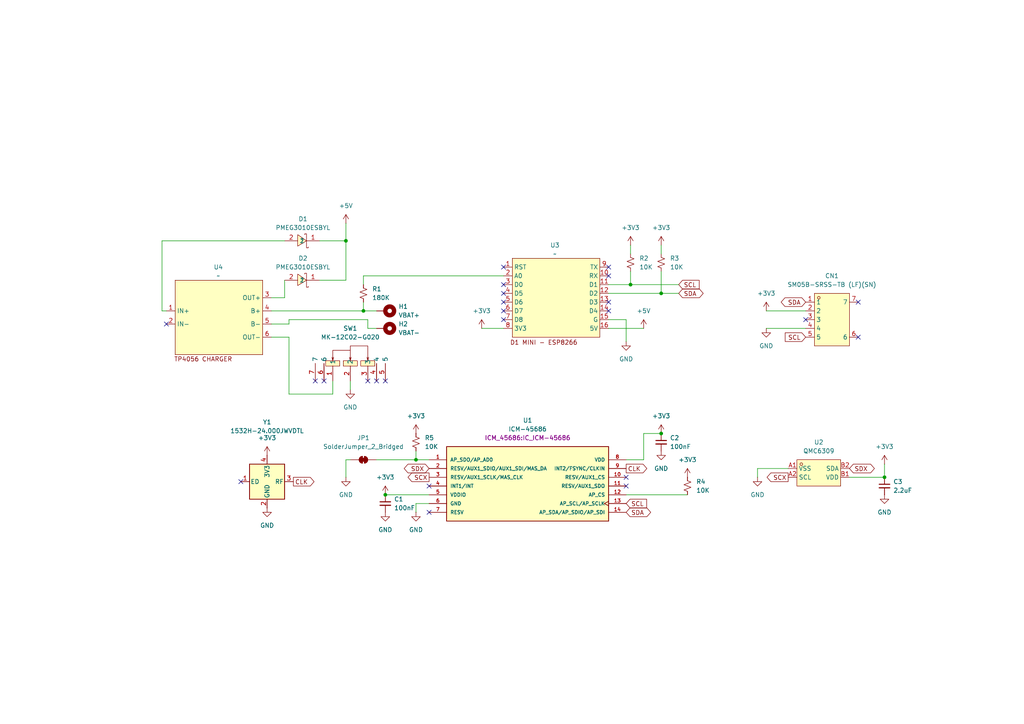
<source format=kicad_sch>
(kicad_sch
	(version 20250114)
	(generator "eeschema")
	(generator_version "9.0")
	(uuid "b8c2d271-0d19-4ca4-9553-08177dde353b")
	(paper "A4")
	(lib_symbols
		(symbol "Device:C_Small"
			(pin_numbers
				(hide yes)
			)
			(pin_names
				(offset 0.254)
				(hide yes)
			)
			(exclude_from_sim no)
			(in_bom yes)
			(on_board yes)
			(property "Reference" "C"
				(at 0.254 1.778 0)
				(effects
					(font
						(size 1.27 1.27)
					)
					(justify left)
				)
			)
			(property "Value" "C_Small"
				(at 0.254 -2.032 0)
				(effects
					(font
						(size 1.27 1.27)
					)
					(justify left)
				)
			)
			(property "Footprint" ""
				(at 0 0 0)
				(effects
					(font
						(size 1.27 1.27)
					)
					(hide yes)
				)
			)
			(property "Datasheet" "~"
				(at 0 0 0)
				(effects
					(font
						(size 1.27 1.27)
					)
					(hide yes)
				)
			)
			(property "Description" "Unpolarized capacitor, small symbol"
				(at 0 0 0)
				(effects
					(font
						(size 1.27 1.27)
					)
					(hide yes)
				)
			)
			(property "ki_keywords" "capacitor cap"
				(at 0 0 0)
				(effects
					(font
						(size 1.27 1.27)
					)
					(hide yes)
				)
			)
			(property "ki_fp_filters" "C_*"
				(at 0 0 0)
				(effects
					(font
						(size 1.27 1.27)
					)
					(hide yes)
				)
			)
			(symbol "C_Small_0_1"
				(polyline
					(pts
						(xy -1.524 0.508) (xy 1.524 0.508)
					)
					(stroke
						(width 0.3048)
						(type default)
					)
					(fill
						(type none)
					)
				)
				(polyline
					(pts
						(xy -1.524 -0.508) (xy 1.524 -0.508)
					)
					(stroke
						(width 0.3302)
						(type default)
					)
					(fill
						(type none)
					)
				)
			)
			(symbol "C_Small_1_1"
				(pin passive line
					(at 0 2.54 270)
					(length 2.032)
					(name "~"
						(effects
							(font
								(size 1.27 1.27)
							)
						)
					)
					(number "1"
						(effects
							(font
								(size 1.27 1.27)
							)
						)
					)
				)
				(pin passive line
					(at 0 -2.54 90)
					(length 2.032)
					(name "~"
						(effects
							(font
								(size 1.27 1.27)
							)
						)
					)
					(number "2"
						(effects
							(font
								(size 1.27 1.27)
							)
						)
					)
				)
			)
			(embedded_fonts no)
		)
		(symbol "Device:R_Small_US"
			(pin_numbers
				(hide yes)
			)
			(pin_names
				(offset 0.254)
				(hide yes)
			)
			(exclude_from_sim no)
			(in_bom yes)
			(on_board yes)
			(property "Reference" "R"
				(at 0.762 0.508 0)
				(effects
					(font
						(size 1.27 1.27)
					)
					(justify left)
				)
			)
			(property "Value" "R_Small_US"
				(at 0.762 -1.016 0)
				(effects
					(font
						(size 1.27 1.27)
					)
					(justify left)
				)
			)
			(property "Footprint" ""
				(at 0 0 0)
				(effects
					(font
						(size 1.27 1.27)
					)
					(hide yes)
				)
			)
			(property "Datasheet" "~"
				(at 0 0 0)
				(effects
					(font
						(size 1.27 1.27)
					)
					(hide yes)
				)
			)
			(property "Description" "Resistor, small US symbol"
				(at 0 0 0)
				(effects
					(font
						(size 1.27 1.27)
					)
					(hide yes)
				)
			)
			(property "ki_keywords" "r resistor"
				(at 0 0 0)
				(effects
					(font
						(size 1.27 1.27)
					)
					(hide yes)
				)
			)
			(property "ki_fp_filters" "R_*"
				(at 0 0 0)
				(effects
					(font
						(size 1.27 1.27)
					)
					(hide yes)
				)
			)
			(symbol "R_Small_US_1_1"
				(polyline
					(pts
						(xy 0 1.524) (xy 1.016 1.143) (xy 0 0.762) (xy -1.016 0.381) (xy 0 0)
					)
					(stroke
						(width 0)
						(type default)
					)
					(fill
						(type none)
					)
				)
				(polyline
					(pts
						(xy 0 0) (xy 1.016 -0.381) (xy 0 -0.762) (xy -1.016 -1.143) (xy 0 -1.524)
					)
					(stroke
						(width 0)
						(type default)
					)
					(fill
						(type none)
					)
				)
				(pin passive line
					(at 0 2.54 270)
					(length 1.016)
					(name "~"
						(effects
							(font
								(size 1.27 1.27)
							)
						)
					)
					(number "1"
						(effects
							(font
								(size 1.27 1.27)
							)
						)
					)
				)
				(pin passive line
					(at 0 -2.54 90)
					(length 1.016)
					(name "~"
						(effects
							(font
								(size 1.27 1.27)
							)
						)
					)
					(number "2"
						(effects
							(font
								(size 1.27 1.27)
							)
						)
					)
				)
			)
			(embedded_fonts no)
		)
		(symbol "ICM-45686:ICM-45686"
			(pin_names
				(offset 1.016)
			)
			(exclude_from_sim no)
			(in_bom yes)
			(on_board yes)
			(property "Reference" "U"
				(at -40.64 41.402 0)
				(effects
					(font
						(size 1.27 1.27)
					)
					(justify left bottom)
				)
			)
			(property "Value" "ICM-45686"
				(at -24.384 -11.176 0)
				(effects
					(font
						(size 1.27 1.27)
					)
					(justify left top)
				)
			)
			(property "Footprint" "ICM-45686:IC_ICM-45686"
				(at 1.27 -12.446 0)
				(effects
					(font
						(size 1.27 1.27)
					)
					(justify bottom)
				)
			)
			(property "Datasheet" ""
				(at 0 0 0)
				(effects
					(font
						(size 1.27 1.27)
					)
					(hide yes)
				)
			)
			(property "Description" ""
				(at 0 0 0)
				(effects
					(font
						(size 1.27 1.27)
					)
					(hide yes)
				)
			)
			(property "PARTREV" "0.2"
				(at 0.762 -21.336 0)
				(effects
					(font
						(size 1.27 1.27)
					)
					(justify bottom)
					(hide yes)
				)
			)
			(property "STANDARD" "Manufacturer Recommendations"
				(at 2.032 -17.526 0)
				(effects
					(font
						(size 1.27 1.27)
					)
					(justify bottom)
					(hide yes)
				)
			)
			(property "MAXIMUM_PACKAGE_HEIGHT" "0.86mm"
				(at 0.762 -19.558 0)
				(effects
					(font
						(size 1.27 1.27)
					)
					(justify bottom)
					(hide yes)
				)
			)
			(property "MANUFACTURER" "TDK InvenSense"
				(at 1.27 -15.24 0)
				(effects
					(font
						(size 1.27 1.27)
					)
					(justify bottom)
					(hide yes)
				)
			)
			(symbol "ICM-45686_0_0"
				(rectangle
					(start -22.86 11.43)
					(end 24.13 -10.16)
					(stroke
						(width 0.254)
						(type default)
					)
					(fill
						(type background)
					)
				)
				(pin bidirectional line
					(at -27.94 7.62 0)
					(length 5.08)
					(name "AP_SDO/AP_AD0"
						(effects
							(font
								(size 1.016 1.016)
							)
						)
					)
					(number "1"
						(effects
							(font
								(size 1.016 1.016)
							)
						)
					)
				)
				(pin bidirectional line
					(at -27.94 5.08 0)
					(length 5.08)
					(name "RESV/AUX1_SDIO/AUX1_SDI/MAS_DA"
						(effects
							(font
								(size 1.016 1.016)
							)
						)
					)
					(number "2"
						(effects
							(font
								(size 1.016 1.016)
							)
						)
					)
				)
				(pin bidirectional line
					(at -27.94 2.54 0)
					(length 5.08)
					(name "RESV/AUX1_SCLK/MAS_CLK"
						(effects
							(font
								(size 1.016 1.016)
							)
						)
					)
					(number "3"
						(effects
							(font
								(size 1.016 1.016)
							)
						)
					)
				)
				(pin output line
					(at -27.94 0 0)
					(length 5.08)
					(name "INT1/INT"
						(effects
							(font
								(size 1.016 1.016)
							)
						)
					)
					(number "4"
						(effects
							(font
								(size 1.016 1.016)
							)
						)
					)
				)
				(pin power_in line
					(at -27.94 -2.54 0)
					(length 5.08)
					(name "VDDIO"
						(effects
							(font
								(size 1.016 1.016)
							)
						)
					)
					(number "5"
						(effects
							(font
								(size 1.016 1.016)
							)
						)
					)
				)
				(pin power_in line
					(at -27.94 -5.08 0)
					(length 5.08)
					(name "GND"
						(effects
							(font
								(size 1.016 1.016)
							)
						)
					)
					(number "6"
						(effects
							(font
								(size 1.016 1.016)
							)
						)
					)
				)
				(pin passive line
					(at -27.94 -7.62 0)
					(length 5.08)
					(name "RESV"
						(effects
							(font
								(size 1.016 1.016)
							)
						)
					)
					(number "7"
						(effects
							(font
								(size 1.016 1.016)
							)
						)
					)
				)
				(pin power_in line
					(at 29.21 7.62 180)
					(length 5.08)
					(name "VDD"
						(effects
							(font
								(size 1.016 1.016)
							)
						)
					)
					(number "8"
						(effects
							(font
								(size 1.016 1.016)
							)
						)
					)
				)
				(pin bidirectional line
					(at 29.21 5.08 180)
					(length 5.08)
					(name "INT2/FSYNC/CLKIN"
						(effects
							(font
								(size 1.016 1.016)
							)
						)
					)
					(number "9"
						(effects
							(font
								(size 1.016 1.016)
							)
						)
					)
				)
				(pin input line
					(at 29.21 2.54 180)
					(length 5.08)
					(name "RESV/AUX1_CS"
						(effects
							(font
								(size 1.016 1.016)
							)
						)
					)
					(number "10"
						(effects
							(font
								(size 1.016 1.016)
							)
						)
					)
				)
				(pin output line
					(at 29.21 0 180)
					(length 5.08)
					(name "RESV/AUX1_SDO"
						(effects
							(font
								(size 1.016 1.016)
							)
						)
					)
					(number "11"
						(effects
							(font
								(size 1.016 1.016)
							)
						)
					)
				)
				(pin input line
					(at 29.21 -2.54 180)
					(length 5.08)
					(name "AP_CS"
						(effects
							(font
								(size 1.016 1.016)
							)
						)
					)
					(number "12"
						(effects
							(font
								(size 1.016 1.016)
							)
						)
					)
				)
				(pin input clock
					(at 29.21 -5.08 180)
					(length 5.08)
					(name "AP_SCL/AP_SCLK"
						(effects
							(font
								(size 1.016 1.016)
							)
						)
					)
					(number "13"
						(effects
							(font
								(size 1.016 1.016)
							)
						)
					)
				)
				(pin bidirectional line
					(at 29.21 -7.62 180)
					(length 5.08)
					(name "AP_SDA/AP_SDIO/AP_SDI"
						(effects
							(font
								(size 1.016 1.016)
							)
						)
					)
					(number "14"
						(effects
							(font
								(size 1.016 1.016)
							)
						)
					)
				)
			)
			(embedded_fonts no)
		)
		(symbol "Jumper:SolderJumper_2_Bridged"
			(pin_numbers
				(hide yes)
			)
			(pin_names
				(offset 0)
				(hide yes)
			)
			(exclude_from_sim no)
			(in_bom no)
			(on_board yes)
			(property "Reference" "JP"
				(at 0 2.032 0)
				(effects
					(font
						(size 1.27 1.27)
					)
				)
			)
			(property "Value" "SolderJumper_2_Bridged"
				(at 0 -2.54 0)
				(effects
					(font
						(size 1.27 1.27)
					)
				)
			)
			(property "Footprint" ""
				(at 0 0 0)
				(effects
					(font
						(size 1.27 1.27)
					)
					(hide yes)
				)
			)
			(property "Datasheet" "~"
				(at 0 0 0)
				(effects
					(font
						(size 1.27 1.27)
					)
					(hide yes)
				)
			)
			(property "Description" "Solder Jumper, 2-pole, closed/bridged"
				(at 0 0 0)
				(effects
					(font
						(size 1.27 1.27)
					)
					(hide yes)
				)
			)
			(property "ki_keywords" "solder jumper SPST"
				(at 0 0 0)
				(effects
					(font
						(size 1.27 1.27)
					)
					(hide yes)
				)
			)
			(property "ki_fp_filters" "SolderJumper*Bridged*"
				(at 0 0 0)
				(effects
					(font
						(size 1.27 1.27)
					)
					(hide yes)
				)
			)
			(symbol "SolderJumper_2_Bridged_0_1"
				(rectangle
					(start -0.508 0.508)
					(end 0.508 -0.508)
					(stroke
						(width 0)
						(type default)
					)
					(fill
						(type outline)
					)
				)
				(polyline
					(pts
						(xy -0.254 1.016) (xy -0.254 -1.016)
					)
					(stroke
						(width 0)
						(type default)
					)
					(fill
						(type none)
					)
				)
				(arc
					(start -0.254 -1.016)
					(mid -1.2656 0)
					(end -0.254 1.016)
					(stroke
						(width 0)
						(type default)
					)
					(fill
						(type none)
					)
				)
				(arc
					(start -0.254 -1.016)
					(mid -1.2656 0)
					(end -0.254 1.016)
					(stroke
						(width 0)
						(type default)
					)
					(fill
						(type outline)
					)
				)
				(arc
					(start 0.254 1.016)
					(mid 1.2656 0)
					(end 0.254 -1.016)
					(stroke
						(width 0)
						(type default)
					)
					(fill
						(type none)
					)
				)
				(arc
					(start 0.254 1.016)
					(mid 1.2656 0)
					(end 0.254 -1.016)
					(stroke
						(width 0)
						(type default)
					)
					(fill
						(type outline)
					)
				)
				(polyline
					(pts
						(xy 0.254 1.016) (xy 0.254 -1.016)
					)
					(stroke
						(width 0)
						(type default)
					)
					(fill
						(type none)
					)
				)
			)
			(symbol "SolderJumper_2_Bridged_1_1"
				(pin passive line
					(at -3.81 0 0)
					(length 2.54)
					(name "A"
						(effects
							(font
								(size 1.27 1.27)
							)
						)
					)
					(number "1"
						(effects
							(font
								(size 1.27 1.27)
							)
						)
					)
				)
				(pin passive line
					(at 3.81 0 180)
					(length 2.54)
					(name "B"
						(effects
							(font
								(size 1.27 1.27)
							)
						)
					)
					(number "2"
						(effects
							(font
								(size 1.27 1.27)
							)
						)
					)
				)
			)
			(embedded_fonts no)
		)
		(symbol "MK-12C02-G020:MK-12C02-G020"
			(exclude_from_sim no)
			(in_bom yes)
			(on_board yes)
			(property "Reference" "SW"
				(at 0 0 0)
				(effects
					(font
						(size 1.27 1.27)
					)
				)
			)
			(property "Value" "MK-12C02-G020"
				(at 0 -10.16 0)
				(effects
					(font
						(size 1.27 1.27)
					)
				)
			)
			(property "Footprint" "MK-12C02-G020:SW-SMD_MK-12C02-G020"
				(at 0 -12.7 0)
				(effects
					(font
						(size 1.27 1.27)
					)
					(hide yes)
				)
			)
			(property "Datasheet" "https://lcsc.com/product-detail/Toggle-Switches_G-Switch-MK-12C02-G020_C963206.html"
				(at 0 -15.24 0)
				(effects
					(font
						(size 1.27 1.27)
					)
					(hide yes)
				)
			)
			(property "Description" ""
				(at 0 0 0)
				(effects
					(font
						(size 1.27 1.27)
					)
					(hide yes)
				)
			)
			(property "LCSC Part" "C963206"
				(at 0 -17.78 0)
				(effects
					(font
						(size 1.27 1.27)
					)
					(hide yes)
				)
			)
			(symbol "MK-12C02-G020_0_1"
				(rectangle
					(start -7.11 0.76)
					(end -3.05 -0.76)
					(stroke
						(width 0)
						(type default)
					)
					(fill
						(type background)
					)
				)
				(polyline
					(pts
						(xy -5.08 0.76) (xy -5.33 1.78)
					)
					(stroke
						(width 0)
						(type default)
					)
					(fill
						(type none)
					)
				)
				(rectangle
					(start -2.03 0.76)
					(end 2.03 -0.76)
					(stroke
						(width 0)
						(type default)
					)
					(fill
						(type background)
					)
				)
				(polyline
					(pts
						(xy 0 3.81) (xy -5.08 3.81) (xy -5.08 0.76) (xy -4.83 1.78)
					)
					(stroke
						(width 0)
						(type default)
					)
					(fill
						(type none)
					)
				)
				(polyline
					(pts
						(xy 0 0.76) (xy -0.25 1.78)
					)
					(stroke
						(width 0)
						(type default)
					)
					(fill
						(type none)
					)
				)
				(rectangle
					(start 3.05 0.76)
					(end 7.11 -0.76)
					(stroke
						(width 0)
						(type default)
					)
					(fill
						(type background)
					)
				)
				(polyline
					(pts
						(xy 5.08 0.76) (xy 4.83 1.78)
					)
					(stroke
						(width 0)
						(type default)
					)
					(fill
						(type none)
					)
				)
				(polyline
					(pts
						(xy 5.08 0.76) (xy 5.33 1.78)
					)
					(stroke
						(width 0)
						(type default)
					)
					(fill
						(type none)
					)
				)
				(polyline
					(pts
						(xy 5.08 0.76) (xy 5.08 5.08) (xy 0 5.08) (xy 0 0.76) (xy 0.25 1.78)
					)
					(stroke
						(width 0)
						(type default)
					)
					(fill
						(type none)
					)
				)
				(pin unspecified line
					(at -10.16 -5.08 90)
					(length 5.08)
					(name "7"
						(effects
							(font
								(size 1.27 1.27)
							)
						)
					)
					(number "7"
						(effects
							(font
								(size 1.27 1.27)
							)
						)
					)
				)
				(pin unspecified line
					(at -7.62 -5.08 90)
					(length 5.08)
					(name "6"
						(effects
							(font
								(size 1.27 1.27)
							)
						)
					)
					(number "6"
						(effects
							(font
								(size 1.27 1.27)
							)
						)
					)
				)
				(pin unspecified line
					(at -5.08 -5.08 90)
					(length 4.318)
					(name "1"
						(effects
							(font
								(size 1.27 1.27)
							)
						)
					)
					(number "1"
						(effects
							(font
								(size 1.27 1.27)
							)
						)
					)
				)
				(pin unspecified line
					(at 0 -5.08 90)
					(length 4.318)
					(name "2"
						(effects
							(font
								(size 1.27 1.27)
							)
						)
					)
					(number "2"
						(effects
							(font
								(size 1.27 1.27)
							)
						)
					)
				)
				(pin unspecified line
					(at 5.08 -5.08 90)
					(length 4.318)
					(name "3"
						(effects
							(font
								(size 1.27 1.27)
							)
						)
					)
					(number "3"
						(effects
							(font
								(size 1.27 1.27)
							)
						)
					)
				)
				(pin unspecified line
					(at 7.62 -5.08 90)
					(length 5.08)
					(name "4"
						(effects
							(font
								(size 1.27 1.27)
							)
						)
					)
					(number "4"
						(effects
							(font
								(size 1.27 1.27)
							)
						)
					)
				)
				(pin unspecified line
					(at 10.16 -5.08 90)
					(length 5.08)
					(name "5"
						(effects
							(font
								(size 1.27 1.27)
							)
						)
					)
					(number "5"
						(effects
							(font
								(size 1.27 1.27)
							)
						)
					)
				)
			)
			(embedded_fonts no)
		)
		(symbol "PMEG3010ESBYL:PMEG3010ESBYL"
			(exclude_from_sim no)
			(in_bom yes)
			(on_board yes)
			(property "Reference" "D"
				(at 0 5.08 0)
				(effects
					(font
						(size 1.27 1.27)
					)
				)
			)
			(property "Value" "PMEG3010ESBYL"
				(at 0 -5.08 0)
				(effects
					(font
						(size 1.27 1.27)
					)
				)
			)
			(property "Footprint" "easyeda2kicad:SOD993_L1.0-W0.6-LS1.0-RD"
				(at 0 -7.62 0)
				(effects
					(font
						(size 1.27 1.27)
					)
					(hide yes)
				)
			)
			(property "Datasheet" "https://lcsc.com/product-detail/Schottky-Barrier-Diodes-SBD_Nexperia-PMEG3010ESBYL_C458181.html"
				(at 0 -10.16 0)
				(effects
					(font
						(size 1.27 1.27)
					)
					(hide yes)
				)
			)
			(property "Description" ""
				(at 0 0 0)
				(effects
					(font
						(size 1.27 1.27)
					)
					(hide yes)
				)
			)
			(property "LCSC Part" "C458181"
				(at 0 -12.7 0)
				(effects
					(font
						(size 1.27 1.27)
					)
					(hide yes)
				)
			)
			(symbol "PMEG3010ESBYL_0_1"
				(polyline
					(pts
						(xy -1.27 0) (xy -1.27 2.03) (xy -1.78 2.03) (xy -1.78 1.78)
					)
					(stroke
						(width 0)
						(type default)
					)
					(fill
						(type none)
					)
				)
				(polyline
					(pts
						(xy -1.27 0) (xy -1.27 -2.03) (xy -0.76 -2.03) (xy -0.76 -1.78)
					)
					(stroke
						(width 0)
						(type default)
					)
					(fill
						(type none)
					)
				)
				(polyline
					(pts
						(xy 1.27 1.52) (xy -1.27 0) (xy 1.27 -1.78) (xy 1.27 1.52)
					)
					(stroke
						(width 0)
						(type default)
					)
					(fill
						(type background)
					)
				)
				(pin unspecified line
					(at -5.08 0 0)
					(length 3.81)
					(name "1"
						(effects
							(font
								(size 1.27 1.27)
							)
						)
					)
					(number "1"
						(effects
							(font
								(size 1.27 1.27)
							)
						)
					)
				)
				(pin unspecified line
					(at 5.08 0 180)
					(length 3.81)
					(name "2"
						(effects
							(font
								(size 1.27 1.27)
							)
						)
					)
					(number "2"
						(effects
							(font
								(size 1.27 1.27)
							)
						)
					)
				)
			)
			(embedded_fonts no)
		)
		(symbol "Personal_Library:1532H-24.000JWVDTL"
			(pin_names
				(offset 0.254)
			)
			(exclude_from_sim no)
			(in_bom yes)
			(on_board yes)
			(property "Reference" "Y"
				(at -5.08 6.35 0)
				(effects
					(font
						(size 1.27 1.27)
					)
					(justify left)
				)
			)
			(property "Value" "1532H-24.000JWVDTL"
				(at 1.27 -6.35 0)
				(effects
					(font
						(size 1.27 1.27)
					)
					(justify left)
				)
			)
			(property "Footprint" "Crystal:Crystal_SMD_3225-4Pin_3.2x2.5mm"
				(at 17.78 -8.89 0)
				(effects
					(font
						(size 1.27 1.27)
					)
					(hide yes)
				)
			)
			(property "Datasheet" "https://jlcpcb.com/api/file/downloadByFileSystemAccessId/8590892673421160448"
				(at -2.54 0 0)
				(effects
					(font
						(size 1.27 1.27)
					)
					(hide yes)
				)
			)
			(property "Description" "3.3V ±10ppm ±30ppm HCMOS 8MHz SMD3225-4P Crystal Oscillators"
				(at 0 0 0)
				(effects
					(font
						(size 1.27 1.27)
					)
					(hide yes)
				)
			)
			(property "ki_keywords" "3.3V CMOS SMD Crystal Clock Oscillator"
				(at 0 0 0)
				(effects
					(font
						(size 1.27 1.27)
					)
					(hide yes)
				)
			)
			(property "ki_fp_filters" "Oscillator*SMD*Abracon*ASE*3.2x2.5mm*"
				(at 0 0 0)
				(effects
					(font
						(size 1.27 1.27)
					)
					(hide yes)
				)
			)
			(symbol "1532H-24.000JWVDTL_0_1"
				(rectangle
					(start -5.08 5.08)
					(end 5.08 -5.08)
					(stroke
						(width 0.254)
						(type default)
					)
					(fill
						(type background)
					)
				)
			)
			(symbol "1532H-24.000JWVDTL_1_1"
				(pin input line
					(at -7.62 0 0)
					(length 2.54)
					(name "ED"
						(effects
							(font
								(size 1.27 1.27)
							)
						)
					)
					(number "1"
						(effects
							(font
								(size 1.27 1.27)
							)
						)
					)
				)
				(pin power_in line
					(at 0 7.62 270)
					(length 2.54)
					(name "3V3"
						(effects
							(font
								(size 1.27 1.27)
							)
						)
					)
					(number "4"
						(effects
							(font
								(size 1.27 1.27)
							)
						)
					)
				)
				(pin power_in line
					(at 0 -7.62 90)
					(length 2.54)
					(name "GND"
						(effects
							(font
								(size 1.27 1.27)
							)
						)
					)
					(number "2"
						(effects
							(font
								(size 1.27 1.27)
							)
						)
					)
				)
				(pin output line
					(at 7.62 0 180)
					(length 2.54)
					(name "RF"
						(effects
							(font
								(size 1.27 1.27)
							)
						)
					)
					(number "3"
						(effects
							(font
								(size 1.27 1.27)
							)
						)
					)
				)
			)
			(embedded_fonts no)
		)
		(symbol "Personal_Library:Custom_Pad"
			(pin_numbers
				(hide yes)
			)
			(pin_names
				(offset 1.016)
				(hide yes)
			)
			(exclude_from_sim no)
			(in_bom no)
			(on_board yes)
			(property "Reference" "H"
				(at 0 6.35 0)
				(effects
					(font
						(size 1.27 1.27)
					)
				)
			)
			(property "Value" "Custom_Pad"
				(at 0 4.445 0)
				(effects
					(font
						(size 1.27 1.27)
					)
				)
			)
			(property "Footprint" "TestPoint:TestPoint_Pad_2.0x2.0mm"
				(at 0 0 0)
				(effects
					(font
						(size 1.27 1.27)
					)
					(hide yes)
				)
			)
			(property "Datasheet" "~"
				(at 0 0 0)
				(effects
					(font
						(size 1.27 1.27)
					)
					(hide yes)
				)
			)
			(property "Description" "Mounting Hole with connection"
				(at 0 0 0)
				(effects
					(font
						(size 1.27 1.27)
					)
					(hide yes)
				)
			)
			(property "ki_keywords" "mounting hole"
				(at 0 0 0)
				(effects
					(font
						(size 1.27 1.27)
					)
					(hide yes)
				)
			)
			(property "ki_fp_filters" "MountingHole*Pad*"
				(at 0 0 0)
				(effects
					(font
						(size 1.27 1.27)
					)
					(hide yes)
				)
			)
			(symbol "Custom_Pad_0_1"
				(circle
					(center 0 1.27)
					(radius 1.27)
					(stroke
						(width 1.27)
						(type default)
					)
					(fill
						(type none)
					)
				)
			)
			(symbol "Custom_Pad_1_1"
				(pin input line
					(at 0 -2.54 90)
					(length 2.54)
					(name "1"
						(effects
							(font
								(size 1.27 1.27)
							)
						)
					)
					(number "1"
						(effects
							(font
								(size 1.27 1.27)
							)
						)
					)
				)
			)
			(embedded_fonts no)
		)
		(symbol "Personal_Library:D1_Mini"
			(exclude_from_sim no)
			(in_bom yes)
			(on_board yes)
			(property "Reference" "U"
				(at 0 0 0)
				(effects
					(font
						(size 1.27 1.27)
					)
				)
			)
			(property "Value" ""
				(at 0 0 0)
				(effects
					(font
						(size 1.27 1.27)
					)
				)
			)
			(property "Footprint" "Personal:D1-Mini"
				(at 0 0 0)
				(effects
					(font
						(size 1.27 1.27)
					)
					(hide yes)
				)
			)
			(property "Datasheet" "https://a.co/d/iCNgtxJ"
				(at 0 0 0)
				(effects
					(font
						(size 1.27 1.27)
					)
					(hide yes)
				)
			)
			(property "Description" ""
				(at 0 0 0)
				(effects
					(font
						(size 1.27 1.27)
					)
					(hide yes)
				)
			)
			(symbol "D1_Mini_1_1"
				(rectangle
					(start -12.7 12.7)
					(end 12.7 -10.16)
					(stroke
						(width 0)
						(type solid)
					)
					(fill
						(type background)
					)
				)
				(text "D1 MINI - ESP8266"
					(at -3.556 -11.684 0)
					(effects
						(font
							(size 1.27 1.27)
						)
					)
				)
				(pin passive line
					(at -15.24 10.16 0)
					(length 2.54)
					(name "RST"
						(effects
							(font
								(size 1.27 1.27)
							)
						)
					)
					(number "1"
						(effects
							(font
								(size 1.27 1.27)
							)
						)
					)
				)
				(pin passive line
					(at -15.24 7.62 0)
					(length 2.54)
					(name "A0"
						(effects
							(font
								(size 1.27 1.27)
							)
						)
					)
					(number "2"
						(effects
							(font
								(size 1.27 1.27)
							)
						)
					)
				)
				(pin passive line
					(at -15.24 5.08 0)
					(length 2.54)
					(name "D0"
						(effects
							(font
								(size 1.27 1.27)
							)
						)
					)
					(number "3"
						(effects
							(font
								(size 1.27 1.27)
							)
						)
					)
				)
				(pin passive line
					(at -15.24 2.54 0)
					(length 2.54)
					(name "D5"
						(effects
							(font
								(size 1.27 1.27)
							)
						)
					)
					(number "4"
						(effects
							(font
								(size 1.27 1.27)
							)
						)
					)
				)
				(pin passive line
					(at -15.24 0 0)
					(length 2.54)
					(name "D6"
						(effects
							(font
								(size 1.27 1.27)
							)
						)
					)
					(number "5"
						(effects
							(font
								(size 1.27 1.27)
							)
						)
					)
				)
				(pin passive line
					(at -15.24 -2.54 0)
					(length 2.54)
					(name "D7"
						(effects
							(font
								(size 1.27 1.27)
							)
						)
					)
					(number "6"
						(effects
							(font
								(size 1.27 1.27)
							)
						)
					)
				)
				(pin passive line
					(at -15.24 -5.08 0)
					(length 2.54)
					(name "D8"
						(effects
							(font
								(size 1.27 1.27)
							)
						)
					)
					(number "7"
						(effects
							(font
								(size 1.27 1.27)
							)
						)
					)
				)
				(pin passive line
					(at -15.24 -7.62 0)
					(length 2.54)
					(name "3V3"
						(effects
							(font
								(size 1.27 1.27)
							)
						)
					)
					(number "8"
						(effects
							(font
								(size 1.27 1.27)
							)
						)
					)
				)
				(pin passive line
					(at 15.24 10.16 180)
					(length 2.54)
					(name "TX"
						(effects
							(font
								(size 1.27 1.27)
							)
						)
					)
					(number "9"
						(effects
							(font
								(size 1.27 1.27)
							)
						)
					)
				)
				(pin passive line
					(at 15.24 7.62 180)
					(length 2.54)
					(name "RX"
						(effects
							(font
								(size 1.27 1.27)
							)
						)
					)
					(number "10"
						(effects
							(font
								(size 1.27 1.27)
							)
						)
					)
				)
				(pin passive line
					(at 15.24 5.08 180)
					(length 2.54)
					(name "D1"
						(effects
							(font
								(size 1.27 1.27)
							)
						)
					)
					(number "11"
						(effects
							(font
								(size 1.27 1.27)
							)
						)
					)
				)
				(pin passive line
					(at 15.24 2.54 180)
					(length 2.54)
					(name "D2"
						(effects
							(font
								(size 1.27 1.27)
							)
						)
					)
					(number "12"
						(effects
							(font
								(size 1.27 1.27)
							)
						)
					)
				)
				(pin passive line
					(at 15.24 0 180)
					(length 2.54)
					(name "D3"
						(effects
							(font
								(size 1.27 1.27)
							)
						)
					)
					(number "13"
						(effects
							(font
								(size 1.27 1.27)
							)
						)
					)
				)
				(pin passive line
					(at 15.24 -2.54 180)
					(length 2.54)
					(name "D4"
						(effects
							(font
								(size 1.27 1.27)
							)
						)
					)
					(number "14"
						(effects
							(font
								(size 1.27 1.27)
							)
						)
					)
				)
				(pin passive line
					(at 15.24 -5.08 180)
					(length 2.54)
					(name "G"
						(effects
							(font
								(size 1.27 1.27)
							)
						)
					)
					(number "15"
						(effects
							(font
								(size 1.27 1.27)
							)
						)
					)
				)
				(pin passive line
					(at 15.24 -7.62 180)
					(length 2.54)
					(name "5V"
						(effects
							(font
								(size 1.27 1.27)
							)
						)
					)
					(number "16"
						(effects
							(font
								(size 1.27 1.27)
							)
						)
					)
				)
			)
			(embedded_fonts no)
		)
		(symbol "QMC6309:QMC6309"
			(exclude_from_sim no)
			(in_bom yes)
			(on_board yes)
			(property "Reference" "U"
				(at 0 6.35 0)
				(effects
					(font
						(size 1.27 1.27)
					)
				)
			)
			(property "Value" "QMC6309"
				(at 0 -6.35 0)
				(effects
					(font
						(size 1.27 1.27)
					)
				)
			)
			(property "Footprint" "QMC6309-lib:X1-WLB0808-4_L0.8-W0.8-P0.40-TL"
				(at 0 -8.89 0)
				(effects
					(font
						(size 1.27 1.27)
					)
					(hide yes)
				)
			)
			(property "Datasheet" ""
				(at 0 0 0)
				(effects
					(font
						(size 1.27 1.27)
					)
					(hide yes)
				)
			)
			(property "Description" ""
				(at 0 0 0)
				(effects
					(font
						(size 1.27 1.27)
					)
					(hide yes)
				)
			)
			(property "LCSC Part" "C5439871"
				(at 0 -11.43 0)
				(effects
					(font
						(size 1.27 1.27)
					)
					(hide yes)
				)
			)
			(symbol "QMC6309_0_1"
				(rectangle
					(start -6.35 3.81)
					(end 6.35 -3.81)
					(stroke
						(width 0)
						(type default)
					)
					(fill
						(type background)
					)
				)
				(circle
					(center -5.08 2.54)
					(radius 0.38)
					(stroke
						(width 0)
						(type default)
					)
					(fill
						(type none)
					)
				)
				(pin unspecified line
					(at -8.89 1.27 0)
					(length 2.54)
					(name "VSS"
						(effects
							(font
								(size 1.27 1.27)
							)
						)
					)
					(number "A1"
						(effects
							(font
								(size 1.27 1.27)
							)
						)
					)
				)
				(pin unspecified line
					(at -8.89 -1.27 0)
					(length 2.54)
					(name "SCL"
						(effects
							(font
								(size 1.27 1.27)
							)
						)
					)
					(number "A2"
						(effects
							(font
								(size 1.27 1.27)
							)
						)
					)
				)
				(pin unspecified line
					(at 8.89 1.27 180)
					(length 2.54)
					(name "SDA"
						(effects
							(font
								(size 1.27 1.27)
							)
						)
					)
					(number "B2"
						(effects
							(font
								(size 1.27 1.27)
							)
						)
					)
				)
				(pin unspecified line
					(at 8.89 -1.27 180)
					(length 2.54)
					(name "VDD"
						(effects
							(font
								(size 1.27 1.27)
							)
						)
					)
					(number "B1"
						(effects
							(font
								(size 1.27 1.27)
							)
						)
					)
				)
			)
			(embedded_fonts no)
		)
		(symbol "SM05B-SRSS-TB-con:SM05B-SRSS-TB(LF)(SN)"
			(exclude_from_sim no)
			(in_bom yes)
			(on_board yes)
			(property "Reference" "CN"
				(at 0 10.16 0)
				(effects
					(font
						(size 1.27 1.27)
					)
				)
			)
			(property "Value" "SM05B-SRSS-TB (LF)(SN)"
				(at 0 -10.16 0)
				(effects
					(font
						(size 1.27 1.27)
					)
				)
			)
			(property "Footprint" "SM05B-SRSS-TB-con:CONN-SMD_SM05B-SRSS-TB-LF-SN"
				(at 0 -12.7 0)
				(effects
					(font
						(size 1.27 1.27)
					)
					(hide yes)
				)
			)
			(property "Datasheet" "https://lcsc.com/product-detail/Connectors_JST_SM05B-SRSS-TB-LF-SN_SM05B-SRSS-TB-LF-SN_C136657.html"
				(at 0 -15.24 0)
				(effects
					(font
						(size 1.27 1.27)
					)
					(hide yes)
				)
			)
			(property "Description" ""
				(at 0 0 0)
				(effects
					(font
						(size 1.27 1.27)
					)
					(hide yes)
				)
			)
			(property "LCSC Part" "C136657"
				(at 0 -17.78 0)
				(effects
					(font
						(size 1.27 1.27)
					)
					(hide yes)
				)
			)
			(symbol "SM05B-SRSS-TB(LF)(SN)_0_1"
				(rectangle
					(start -5.08 7.62)
					(end 5.08 -7.62)
					(stroke
						(width 0)
						(type default)
					)
					(fill
						(type background)
					)
				)
				(circle
					(center -3.81 6.35)
					(radius 0.38)
					(stroke
						(width 0)
						(type default)
					)
					(fill
						(type none)
					)
				)
				(pin unspecified line
					(at -7.62 5.08 0)
					(length 2.54)
					(name "1"
						(effects
							(font
								(size 1.27 1.27)
							)
						)
					)
					(number "1"
						(effects
							(font
								(size 1.27 1.27)
							)
						)
					)
				)
				(pin unspecified line
					(at -7.62 2.54 0)
					(length 2.54)
					(name "2"
						(effects
							(font
								(size 1.27 1.27)
							)
						)
					)
					(number "2"
						(effects
							(font
								(size 1.27 1.27)
							)
						)
					)
				)
				(pin unspecified line
					(at -7.62 0 0)
					(length 2.54)
					(name "3"
						(effects
							(font
								(size 1.27 1.27)
							)
						)
					)
					(number "3"
						(effects
							(font
								(size 1.27 1.27)
							)
						)
					)
				)
				(pin unspecified line
					(at -7.62 -2.54 0)
					(length 2.54)
					(name "4"
						(effects
							(font
								(size 1.27 1.27)
							)
						)
					)
					(number "4"
						(effects
							(font
								(size 1.27 1.27)
							)
						)
					)
				)
				(pin unspecified line
					(at -7.62 -5.08 0)
					(length 2.54)
					(name "5"
						(effects
							(font
								(size 1.27 1.27)
							)
						)
					)
					(number "5"
						(effects
							(font
								(size 1.27 1.27)
							)
						)
					)
				)
				(pin unspecified line
					(at 7.62 5.08 180)
					(length 2.54)
					(name "7"
						(effects
							(font
								(size 1.27 1.27)
							)
						)
					)
					(number "7"
						(effects
							(font
								(size 1.27 1.27)
							)
						)
					)
				)
				(pin unspecified line
					(at 7.62 -5.08 180)
					(length 2.54)
					(name "6"
						(effects
							(font
								(size 1.27 1.27)
							)
						)
					)
					(number "6"
						(effects
							(font
								(size 1.27 1.27)
							)
						)
					)
				)
			)
			(embedded_fonts no)
		)
		(symbol "kicad-library:TP4056-USBC-Module"
			(exclude_from_sim no)
			(in_bom yes)
			(on_board yes)
			(property "Reference" "U"
				(at 0 0 0)
				(effects
					(font
						(size 1.27 1.27)
					)
				)
			)
			(property "Value" ""
				(at 0 -2.54 0)
				(effects
					(font
						(size 1.27 1.27)
					)
				)
			)
			(property "Footprint" "Personal:TP4056-USBC-MODULE"
				(at 0 -2.54 0)
				(effects
					(font
						(size 1.27 1.27)
					)
					(hide yes)
				)
			)
			(property "Datasheet" ""
				(at 0 -2.54 0)
				(effects
					(font
						(size 1.27 1.27)
					)
					(hide yes)
				)
			)
			(property "Description" ""
				(at 0 0 0)
				(effects
					(font
						(size 1.27 1.27)
					)
					(hide yes)
				)
			)
			(symbol "TP4056-USBC-Module_1_1"
				(rectangle
					(start -12.7 10.16)
					(end 12.7 -11.43)
					(stroke
						(width 0)
						(type default)
					)
					(fill
						(type background)
					)
				)
				(text "TP4056 CHARGER"
					(at -4.572 -12.7 0)
					(effects
						(font
							(size 1.27 1.27)
						)
					)
				)
				(pin passive line
					(at -15.24 1.27 0)
					(length 2.54)
					(name "IN+"
						(effects
							(font
								(size 1.27 1.27)
							)
						)
					)
					(number "1"
						(effects
							(font
								(size 1.27 1.27)
							)
						)
					)
				)
				(pin passive line
					(at -15.24 -2.54 0)
					(length 2.54)
					(name "IN-"
						(effects
							(font
								(size 1.27 1.27)
							)
						)
					)
					(number "2"
						(effects
							(font
								(size 1.27 1.27)
							)
						)
					)
				)
				(pin passive line
					(at 15.24 5.08 180)
					(length 2.54)
					(name "OUT+"
						(effects
							(font
								(size 1.27 1.27)
							)
						)
					)
					(number "3"
						(effects
							(font
								(size 1.27 1.27)
							)
						)
					)
				)
				(pin passive line
					(at 15.24 1.27 180)
					(length 2.54)
					(name "B+"
						(effects
							(font
								(size 1.27 1.27)
							)
						)
					)
					(number "4"
						(effects
							(font
								(size 1.27 1.27)
							)
						)
					)
				)
				(pin passive line
					(at 15.24 -2.54 180)
					(length 2.54)
					(name "B-"
						(effects
							(font
								(size 1.27 1.27)
							)
						)
					)
					(number "5"
						(effects
							(font
								(size 1.27 1.27)
							)
						)
					)
				)
				(pin passive line
					(at 15.24 -6.35 180)
					(length 2.54)
					(name "OUT-"
						(effects
							(font
								(size 1.27 1.27)
							)
						)
					)
					(number "6"
						(effects
							(font
								(size 1.27 1.27)
							)
						)
					)
				)
			)
			(embedded_fonts no)
		)
		(symbol "power:+3V3"
			(power)
			(pin_numbers
				(hide yes)
			)
			(pin_names
				(offset 0)
				(hide yes)
			)
			(exclude_from_sim no)
			(in_bom yes)
			(on_board yes)
			(property "Reference" "#PWR"
				(at 0 -3.81 0)
				(effects
					(font
						(size 1.27 1.27)
					)
					(hide yes)
				)
			)
			(property "Value" "+3V3"
				(at 0 3.556 0)
				(effects
					(font
						(size 1.27 1.27)
					)
				)
			)
			(property "Footprint" ""
				(at 0 0 0)
				(effects
					(font
						(size 1.27 1.27)
					)
					(hide yes)
				)
			)
			(property "Datasheet" ""
				(at 0 0 0)
				(effects
					(font
						(size 1.27 1.27)
					)
					(hide yes)
				)
			)
			(property "Description" "Power symbol creates a global label with name \"+3V3\""
				(at 0 0 0)
				(effects
					(font
						(size 1.27 1.27)
					)
					(hide yes)
				)
			)
			(property "ki_keywords" "global power"
				(at 0 0 0)
				(effects
					(font
						(size 1.27 1.27)
					)
					(hide yes)
				)
			)
			(symbol "+3V3_0_1"
				(polyline
					(pts
						(xy -0.762 1.27) (xy 0 2.54)
					)
					(stroke
						(width 0)
						(type default)
					)
					(fill
						(type none)
					)
				)
				(polyline
					(pts
						(xy 0 2.54) (xy 0.762 1.27)
					)
					(stroke
						(width 0)
						(type default)
					)
					(fill
						(type none)
					)
				)
				(polyline
					(pts
						(xy 0 0) (xy 0 2.54)
					)
					(stroke
						(width 0)
						(type default)
					)
					(fill
						(type none)
					)
				)
			)
			(symbol "+3V3_1_1"
				(pin power_in line
					(at 0 0 90)
					(length 0)
					(name "~"
						(effects
							(font
								(size 1.27 1.27)
							)
						)
					)
					(number "1"
						(effects
							(font
								(size 1.27 1.27)
							)
						)
					)
				)
			)
			(embedded_fonts no)
		)
		(symbol "power:+5V"
			(power)
			(pin_numbers
				(hide yes)
			)
			(pin_names
				(offset 0)
				(hide yes)
			)
			(exclude_from_sim no)
			(in_bom yes)
			(on_board yes)
			(property "Reference" "#PWR"
				(at 0 -3.81 0)
				(effects
					(font
						(size 1.27 1.27)
					)
					(hide yes)
				)
			)
			(property "Value" "+5V"
				(at 0 3.556 0)
				(effects
					(font
						(size 1.27 1.27)
					)
				)
			)
			(property "Footprint" ""
				(at 0 0 0)
				(effects
					(font
						(size 1.27 1.27)
					)
					(hide yes)
				)
			)
			(property "Datasheet" ""
				(at 0 0 0)
				(effects
					(font
						(size 1.27 1.27)
					)
					(hide yes)
				)
			)
			(property "Description" "Power symbol creates a global label with name \"+5V\""
				(at 0 0 0)
				(effects
					(font
						(size 1.27 1.27)
					)
					(hide yes)
				)
			)
			(property "ki_keywords" "global power"
				(at 0 0 0)
				(effects
					(font
						(size 1.27 1.27)
					)
					(hide yes)
				)
			)
			(symbol "+5V_0_1"
				(polyline
					(pts
						(xy -0.762 1.27) (xy 0 2.54)
					)
					(stroke
						(width 0)
						(type default)
					)
					(fill
						(type none)
					)
				)
				(polyline
					(pts
						(xy 0 2.54) (xy 0.762 1.27)
					)
					(stroke
						(width 0)
						(type default)
					)
					(fill
						(type none)
					)
				)
				(polyline
					(pts
						(xy 0 0) (xy 0 2.54)
					)
					(stroke
						(width 0)
						(type default)
					)
					(fill
						(type none)
					)
				)
			)
			(symbol "+5V_1_1"
				(pin power_in line
					(at 0 0 90)
					(length 0)
					(name "~"
						(effects
							(font
								(size 1.27 1.27)
							)
						)
					)
					(number "1"
						(effects
							(font
								(size 1.27 1.27)
							)
						)
					)
				)
			)
			(embedded_fonts no)
		)
		(symbol "power:GND"
			(power)
			(pin_numbers
				(hide yes)
			)
			(pin_names
				(offset 0)
				(hide yes)
			)
			(exclude_from_sim no)
			(in_bom yes)
			(on_board yes)
			(property "Reference" "#PWR"
				(at 0 -6.35 0)
				(effects
					(font
						(size 1.27 1.27)
					)
					(hide yes)
				)
			)
			(property "Value" "GND"
				(at 0 -3.81 0)
				(effects
					(font
						(size 1.27 1.27)
					)
				)
			)
			(property "Footprint" ""
				(at 0 0 0)
				(effects
					(font
						(size 1.27 1.27)
					)
					(hide yes)
				)
			)
			(property "Datasheet" ""
				(at 0 0 0)
				(effects
					(font
						(size 1.27 1.27)
					)
					(hide yes)
				)
			)
			(property "Description" "Power symbol creates a global label with name \"GND\" , ground"
				(at 0 0 0)
				(effects
					(font
						(size 1.27 1.27)
					)
					(hide yes)
				)
			)
			(property "ki_keywords" "global power"
				(at 0 0 0)
				(effects
					(font
						(size 1.27 1.27)
					)
					(hide yes)
				)
			)
			(symbol "GND_0_1"
				(polyline
					(pts
						(xy 0 0) (xy 0 -1.27) (xy 1.27 -1.27) (xy 0 -2.54) (xy -1.27 -1.27) (xy 0 -1.27)
					)
					(stroke
						(width 0)
						(type default)
					)
					(fill
						(type none)
					)
				)
			)
			(symbol "GND_1_1"
				(pin power_in line
					(at 0 0 270)
					(length 0)
					(name "~"
						(effects
							(font
								(size 1.27 1.27)
							)
						)
					)
					(number "1"
						(effects
							(font
								(size 1.27 1.27)
							)
						)
					)
				)
			)
			(embedded_fonts no)
		)
	)
	(junction
		(at 256.54 138.43)
		(diameter 0)
		(color 0 0 0 0)
		(uuid "2d49611d-08e0-453d-868e-d8b248d5570b")
	)
	(junction
		(at 100.33 69.85)
		(diameter 0)
		(color 0 0 0 0)
		(uuid "583b00b8-b750-44cb-bce4-3598d2b5061e")
	)
	(junction
		(at 120.65 133.35)
		(diameter 0)
		(color 0 0 0 0)
		(uuid "6115b46f-a9ad-4c8f-b659-14c2927797be")
	)
	(junction
		(at 105.41 90.17)
		(diameter 0)
		(color 0 0 0 0)
		(uuid "77fb1e9c-b02a-4734-b812-7518261438af")
	)
	(junction
		(at 191.77 125.73)
		(diameter 0)
		(color 0 0 0 0)
		(uuid "88d8f400-6091-4d3b-9d91-8f32898abda6")
	)
	(junction
		(at 191.77 85.09)
		(diameter 0)
		(color 0 0 0 0)
		(uuid "8ef7e0ce-1908-4c07-81d6-1ed236c01ab1")
	)
	(junction
		(at 182.88 82.55)
		(diameter 0)
		(color 0 0 0 0)
		(uuid "9f63d616-9438-4564-904d-73eda10a9cef")
	)
	(junction
		(at 111.76 143.51)
		(diameter 0)
		(color 0 0 0 0)
		(uuid "e466d4da-1385-4f23-b0fc-8290973a756c")
	)
	(no_connect
		(at 146.05 82.55)
		(uuid "05a5d267-4fdc-4d23-b958-759ed3006cf1")
	)
	(no_connect
		(at 176.53 90.17)
		(uuid "0a98837f-4bb4-42b9-9247-e8b84a72385c")
	)
	(no_connect
		(at 124.46 140.97)
		(uuid "0a9b1570-c5fb-46ea-b6fd-2f61f0fb143b")
	)
	(no_connect
		(at 176.53 77.47)
		(uuid "0e141f56-808a-4954-8294-ef0ffbc3d9f2")
	)
	(no_connect
		(at 176.53 87.63)
		(uuid "1ffef84a-0a59-4fe9-9281-677a73e3ae7f")
	)
	(no_connect
		(at 93.98 110.49)
		(uuid "343e7248-803a-4a04-a81f-b44e3fabeea0")
	)
	(no_connect
		(at 146.05 85.09)
		(uuid "37631249-c200-4d5c-a046-3b52580eb60e")
	)
	(no_connect
		(at 181.61 138.43)
		(uuid "38ce531a-9819-4afc-84e3-81922830c3a6")
	)
	(no_connect
		(at 146.05 90.17)
		(uuid "460194aa-d8f7-4227-a531-ee97428ca274")
	)
	(no_connect
		(at 181.61 140.97)
		(uuid "55cb38cd-c9c4-4392-9b4f-00465f19f7e9")
	)
	(no_connect
		(at 146.05 92.71)
		(uuid "5b716ea4-30fe-4531-87c1-be15cd2bbba0")
	)
	(no_connect
		(at 91.44 110.49)
		(uuid "5d3fe088-67d4-427f-ba31-18a2f0084823")
	)
	(no_connect
		(at 146.05 87.63)
		(uuid "8501e0f3-a782-46af-8273-0706b88e37bc")
	)
	(no_connect
		(at 248.92 87.63)
		(uuid "96aea29c-ca30-4a07-a4f2-3eff12b7bff0")
	)
	(no_connect
		(at 109.22 110.49)
		(uuid "ad0675fe-4754-42fa-a7f1-7ee924e1af1b")
	)
	(no_connect
		(at 106.68 110.49)
		(uuid "b3d29fb7-4d59-4343-b5ac-c96bdc7cd7e2")
	)
	(no_connect
		(at 48.26 93.98)
		(uuid "c569654d-0bbf-49df-9d2c-9fc92be87e8c")
	)
	(no_connect
		(at 176.53 80.01)
		(uuid "cfa54416-2147-4235-94a5-1a5b87ae6740")
	)
	(no_connect
		(at 233.68 92.71)
		(uuid "d03ec423-d4a6-40d5-ad84-c71be9e37fa3")
	)
	(no_connect
		(at 111.76 110.49)
		(uuid "dea07f68-565c-46b8-8e3d-3f490f476422")
	)
	(no_connect
		(at 124.46 148.59)
		(uuid "e0a4f77d-4706-4fb8-b4cd-2b68775046bf")
	)
	(no_connect
		(at 146.05 77.47)
		(uuid "e6c57cea-7064-48b5-9c72-a4923cfa9c48")
	)
	(no_connect
		(at 248.92 97.79)
		(uuid "f0561f35-f630-4b88-82a8-f0be4a4cd936")
	)
	(no_connect
		(at 69.85 139.7)
		(uuid "f14abff3-ec1e-466c-a9ee-4a38f36775d9")
	)
	(wire
		(pts
			(xy 196.85 82.55) (xy 182.88 82.55)
		)
		(stroke
			(width 0)
			(type default)
		)
		(uuid "015bce42-a813-4852-8d2f-5ea37125f6e9")
	)
	(wire
		(pts
			(xy 111.76 143.51) (xy 124.46 143.51)
		)
		(stroke
			(width 0)
			(type default)
		)
		(uuid "0397b6ca-600b-4bdd-a797-12639838f7d2")
	)
	(wire
		(pts
			(xy 78.74 97.79) (xy 83.82 97.79)
		)
		(stroke
			(width 0)
			(type default)
		)
		(uuid "0840a7c2-6dec-4de1-8f7f-3bf7f64e362e")
	)
	(wire
		(pts
			(xy 100.33 81.28) (xy 92.71 81.28)
		)
		(stroke
			(width 0)
			(type default)
		)
		(uuid "094a4629-b2dc-4015-84ef-8ec3f4fe06ea")
	)
	(wire
		(pts
			(xy 120.65 146.05) (xy 120.65 148.59)
		)
		(stroke
			(width 0)
			(type default)
		)
		(uuid "11dd3408-f62b-4416-8d25-e16099270ffd")
	)
	(wire
		(pts
			(xy 46.99 90.17) (xy 46.99 69.85)
		)
		(stroke
			(width 0)
			(type default)
		)
		(uuid "26a7d16d-dbb4-4ec0-928a-0368e6a4dbdc")
	)
	(wire
		(pts
			(xy 124.46 146.05) (xy 120.65 146.05)
		)
		(stroke
			(width 0)
			(type default)
		)
		(uuid "2715aae9-8466-418e-a7cd-62edf7847358")
	)
	(wire
		(pts
			(xy 105.41 87.63) (xy 105.41 90.17)
		)
		(stroke
			(width 0)
			(type default)
		)
		(uuid "2c14da6e-19d2-4521-91a8-1bde49c3b2fd")
	)
	(wire
		(pts
			(xy 191.77 78.74) (xy 191.77 85.09)
		)
		(stroke
			(width 0)
			(type default)
		)
		(uuid "2e4b37b9-5eb3-4b1b-bece-48d159affd19")
	)
	(wire
		(pts
			(xy 222.25 95.25) (xy 233.68 95.25)
		)
		(stroke
			(width 0)
			(type default)
		)
		(uuid "2e7f631a-111b-4a46-9695-739fa62645a8")
	)
	(wire
		(pts
			(xy 139.7 95.25) (xy 146.05 95.25)
		)
		(stroke
			(width 0)
			(type default)
		)
		(uuid "2f08eef4-80ed-40ad-bc39-50f84de8f3db")
	)
	(wire
		(pts
			(xy 46.99 69.85) (xy 82.55 69.85)
		)
		(stroke
			(width 0)
			(type default)
		)
		(uuid "33142164-14da-444a-8e4d-c217035f8392")
	)
	(wire
		(pts
			(xy 82.55 86.36) (xy 82.55 81.28)
		)
		(stroke
			(width 0)
			(type default)
		)
		(uuid "33878d72-24d7-4d22-ba04-b145728deed5")
	)
	(wire
		(pts
			(xy 100.33 69.85) (xy 92.71 69.85)
		)
		(stroke
			(width 0)
			(type default)
		)
		(uuid "423562b1-ac0c-4946-bf7c-aacd28d9f387")
	)
	(wire
		(pts
			(xy 83.82 92.71) (xy 83.82 93.98)
		)
		(stroke
			(width 0)
			(type default)
		)
		(uuid "430c19e8-43a5-4f57-8dd4-ed9c345a80ca")
	)
	(wire
		(pts
			(xy 186.69 133.35) (xy 186.69 125.73)
		)
		(stroke
			(width 0)
			(type default)
		)
		(uuid "4a4dc4d8-06b7-4f70-9d0c-6b98168e7ddf")
	)
	(wire
		(pts
			(xy 181.61 143.51) (xy 199.39 143.51)
		)
		(stroke
			(width 0)
			(type default)
		)
		(uuid "4ca270f7-3ec4-4a3b-8feb-28893e29c728")
	)
	(wire
		(pts
			(xy 78.74 86.36) (xy 82.55 86.36)
		)
		(stroke
			(width 0)
			(type default)
		)
		(uuid "566e034b-1347-47ab-bc84-399e503e624b")
	)
	(wire
		(pts
			(xy 182.88 82.55) (xy 176.53 82.55)
		)
		(stroke
			(width 0)
			(type default)
		)
		(uuid "59358a94-3309-4fdb-9da2-fc418ddec0e2")
	)
	(wire
		(pts
			(xy 78.74 90.17) (xy 105.41 90.17)
		)
		(stroke
			(width 0)
			(type default)
		)
		(uuid "5aaee32c-f0de-4b37-91d3-a0ee8e3ed98d")
	)
	(wire
		(pts
			(xy 181.61 99.06) (xy 181.61 92.71)
		)
		(stroke
			(width 0)
			(type default)
		)
		(uuid "5c28a3b5-29f0-4cd7-9ac5-c65cf01b6fa9")
	)
	(wire
		(pts
			(xy 101.6 113.03) (xy 101.6 110.49)
		)
		(stroke
			(width 0)
			(type default)
		)
		(uuid "5d795b0a-6c90-41b9-92fa-dac9bf6cb4e6")
	)
	(wire
		(pts
			(xy 182.88 78.74) (xy 182.88 82.55)
		)
		(stroke
			(width 0)
			(type default)
		)
		(uuid "5efb4711-7e12-4a71-972d-4707df5c8b21")
	)
	(wire
		(pts
			(xy 219.71 135.89) (xy 219.71 138.43)
		)
		(stroke
			(width 0)
			(type default)
		)
		(uuid "669a8d8d-d909-4cc9-8ef9-acb79c169811")
	)
	(wire
		(pts
			(xy 146.05 80.01) (xy 105.41 80.01)
		)
		(stroke
			(width 0)
			(type default)
		)
		(uuid "6b67611f-f790-4059-9636-da3e50c4740c")
	)
	(wire
		(pts
			(xy 120.65 133.35) (xy 124.46 133.35)
		)
		(stroke
			(width 0)
			(type default)
		)
		(uuid "6c7336fa-f11a-45ac-b54e-98b897ce3755")
	)
	(wire
		(pts
			(xy 100.33 133.35) (xy 100.33 138.43)
		)
		(stroke
			(width 0)
			(type default)
		)
		(uuid "6f8179ae-f019-4f6d-acfb-75bfc8d4604e")
	)
	(wire
		(pts
			(xy 228.6 135.89) (xy 219.71 135.89)
		)
		(stroke
			(width 0)
			(type default)
		)
		(uuid "7179da7b-e136-4228-aad6-8ac0f4fa32d9")
	)
	(wire
		(pts
			(xy 100.33 64.77) (xy 100.33 69.85)
		)
		(stroke
			(width 0)
			(type default)
		)
		(uuid "750f5a19-9b8f-4911-8127-7262cc14aaa4")
	)
	(wire
		(pts
			(xy 196.85 85.09) (xy 191.77 85.09)
		)
		(stroke
			(width 0)
			(type default)
		)
		(uuid "79c3e226-4367-4651-bcfa-6041604b8237")
	)
	(wire
		(pts
			(xy 191.77 71.12) (xy 191.77 73.66)
		)
		(stroke
			(width 0)
			(type default)
		)
		(uuid "84f76b57-e699-463c-a457-e338c18816ea")
	)
	(wire
		(pts
			(xy 48.26 90.17) (xy 46.99 90.17)
		)
		(stroke
			(width 0)
			(type default)
		)
		(uuid "8a7c83f6-1433-41f8-af02-e6bb75eb3ef3")
	)
	(wire
		(pts
			(xy 105.41 90.17) (xy 109.22 90.17)
		)
		(stroke
			(width 0)
			(type default)
		)
		(uuid "8bbf81d9-ed4a-480d-855d-3fde0dbad523")
	)
	(wire
		(pts
			(xy 106.68 95.25) (xy 106.68 92.71)
		)
		(stroke
			(width 0)
			(type default)
		)
		(uuid "8f67d17f-f4c4-44d9-a561-b6a5a6c7a076")
	)
	(wire
		(pts
			(xy 191.77 85.09) (xy 176.53 85.09)
		)
		(stroke
			(width 0)
			(type default)
		)
		(uuid "9a6aaf4e-6d3b-40da-b4fc-e2a21d97c696")
	)
	(wire
		(pts
			(xy 182.88 71.12) (xy 182.88 73.66)
		)
		(stroke
			(width 0)
			(type default)
		)
		(uuid "9b27289e-eef7-40ff-993c-46dcf17926d2")
	)
	(wire
		(pts
			(xy 176.53 95.25) (xy 186.69 95.25)
		)
		(stroke
			(width 0)
			(type default)
		)
		(uuid "a2a030c7-4639-4306-a999-7692f550ce60")
	)
	(wire
		(pts
			(xy 181.61 133.35) (xy 186.69 133.35)
		)
		(stroke
			(width 0)
			(type default)
		)
		(uuid "a4ae6147-cd50-44e2-81d6-8aa5c7b0671c")
	)
	(wire
		(pts
			(xy 105.41 80.01) (xy 105.41 82.55)
		)
		(stroke
			(width 0)
			(type default)
		)
		(uuid "a85709d8-6dc5-448a-9768-a368cf4fb4cc")
	)
	(wire
		(pts
			(xy 181.61 92.71) (xy 176.53 92.71)
		)
		(stroke
			(width 0)
			(type default)
		)
		(uuid "ae125873-6d02-440d-aa46-c6090d198059")
	)
	(wire
		(pts
			(xy 222.25 90.17) (xy 233.68 90.17)
		)
		(stroke
			(width 0)
			(type default)
		)
		(uuid "b40d6fdd-0318-474b-95a1-4e9dde3a06d6")
	)
	(wire
		(pts
			(xy 256.54 138.43) (xy 256.54 134.62)
		)
		(stroke
			(width 0)
			(type default)
		)
		(uuid "b82948be-51f7-470f-9a70-6c0676371f0b")
	)
	(wire
		(pts
			(xy 109.22 133.35) (xy 120.65 133.35)
		)
		(stroke
			(width 0)
			(type default)
		)
		(uuid "bdddffe4-abf1-4d63-8f8d-5f4a3ba6928c")
	)
	(wire
		(pts
			(xy 100.33 69.85) (xy 100.33 81.28)
		)
		(stroke
			(width 0)
			(type default)
		)
		(uuid "c7f0ca70-06e0-48e5-b1f7-354426a9bd2a")
	)
	(wire
		(pts
			(xy 96.52 114.3) (xy 83.82 114.3)
		)
		(stroke
			(width 0)
			(type default)
		)
		(uuid "c8b78b68-1de6-4612-955f-c29b6aa445b6")
	)
	(wire
		(pts
			(xy 83.82 114.3) (xy 83.82 97.79)
		)
		(stroke
			(width 0)
			(type default)
		)
		(uuid "cc5e46c7-33d7-4bfa-bf09-862b9edda837")
	)
	(wire
		(pts
			(xy 120.65 130.81) (xy 120.65 133.35)
		)
		(stroke
			(width 0)
			(type default)
		)
		(uuid "cd9e08f9-3298-43b0-9c06-c4d176dcc750")
	)
	(wire
		(pts
			(xy 100.33 133.35) (xy 101.6 133.35)
		)
		(stroke
			(width 0)
			(type default)
		)
		(uuid "d02f398e-931c-4150-a1e5-10807729a8c4")
	)
	(wire
		(pts
			(xy 78.74 93.98) (xy 83.82 93.98)
		)
		(stroke
			(width 0)
			(type default)
		)
		(uuid "ea18d45c-aadd-44f9-a91b-66add5ca18bd")
	)
	(wire
		(pts
			(xy 109.22 95.25) (xy 106.68 95.25)
		)
		(stroke
			(width 0)
			(type default)
		)
		(uuid "ec836f4c-4106-437f-aff4-881c91662db1")
	)
	(wire
		(pts
			(xy 246.38 138.43) (xy 256.54 138.43)
		)
		(stroke
			(width 0)
			(type default)
		)
		(uuid "edc7d376-fb83-4052-b663-f45fc7d880b6")
	)
	(wire
		(pts
			(xy 96.52 110.49) (xy 96.52 114.3)
		)
		(stroke
			(width 0)
			(type default)
		)
		(uuid "f09d7340-f1e1-4c97-8c62-a87c0b1d6ba0")
	)
	(wire
		(pts
			(xy 186.69 125.73) (xy 191.77 125.73)
		)
		(stroke
			(width 0)
			(type default)
		)
		(uuid "f5b602d6-cece-4567-9ff5-c1f02b56ef73")
	)
	(wire
		(pts
			(xy 106.68 92.71) (xy 83.82 92.71)
		)
		(stroke
			(width 0)
			(type default)
		)
		(uuid "fd7095e6-3330-40d4-8a27-e4f09e55dd3b")
	)
	(global_label "SDA"
		(shape bidirectional)
		(at 181.61 148.59 0)
		(fields_autoplaced yes)
		(effects
			(font
				(size 1.27 1.27)
			)
			(justify left)
		)
		(uuid "16a9d4b5-9da4-4c4b-a51d-11203a01dacf")
		(property "Intersheetrefs" "${INTERSHEET_REFS}"
			(at 188.1633 148.59 0)
			(effects
				(font
					(size 1.27 1.27)
				)
				(justify left)
				(hide yes)
			)
		)
	)
	(global_label "SCL"
		(shape input)
		(at 181.61 146.05 0)
		(fields_autoplaced yes)
		(effects
			(font
				(size 1.27 1.27)
			)
			(justify left)
		)
		(uuid "2f9d96a3-cf3d-4ace-926a-7f736db656d5")
		(property "Intersheetrefs" "${INTERSHEET_REFS}"
			(at 188.1028 146.05 0)
			(effects
				(font
					(size 1.27 1.27)
				)
				(justify left)
				(hide yes)
			)
		)
	)
	(global_label "SDX"
		(shape bidirectional)
		(at 124.46 135.89 180)
		(fields_autoplaced yes)
		(effects
			(font
				(size 1.27 1.27)
			)
			(justify right)
		)
		(uuid "3784ec88-3253-42d0-a98f-36d1853127ca")
		(property "Intersheetrefs" "${INTERSHEET_REFS}"
			(at 116.6745 135.89 0)
			(effects
				(font
					(size 1.27 1.27)
				)
				(justify right)
				(hide yes)
			)
		)
	)
	(global_label "SDA"
		(shape bidirectional)
		(at 196.85 85.09 0)
		(fields_autoplaced yes)
		(effects
			(font
				(size 1.27 1.27)
			)
			(justify left)
		)
		(uuid "6ca98996-e232-4055-b145-0ba650080f6f")
		(property "Intersheetrefs" "${INTERSHEET_REFS}"
			(at 203.4033 85.09 0)
			(effects
				(font
					(size 1.27 1.27)
				)
				(justify left)
				(hide yes)
			)
		)
	)
	(global_label "CLK"
		(shape output)
		(at 85.09 139.7 0)
		(fields_autoplaced yes)
		(effects
			(font
				(size 1.27 1.27)
			)
			(justify left)
		)
		(uuid "8076f0aa-53b2-440d-b0cb-72ecebc422fb")
		(property "Intersheetrefs" "${INTERSHEET_REFS}"
			(at 91.6433 139.7 0)
			(effects
				(font
					(size 1.27 1.27)
				)
				(justify left)
				(hide yes)
			)
		)
	)
	(global_label "SDA"
		(shape bidirectional)
		(at 233.68 87.63 180)
		(fields_autoplaced yes)
		(effects
			(font
				(size 1.27 1.27)
			)
			(justify right)
		)
		(uuid "942a1dfb-7e9d-43e2-9a82-f63c10a3fe55")
		(property "Intersheetrefs" "${INTERSHEET_REFS}"
			(at 226.0154 87.63 0)
			(effects
				(font
					(size 1.27 1.27)
				)
				(justify right)
				(hide yes)
			)
		)
	)
	(global_label "SCL"
		(shape input)
		(at 233.68 97.79 180)
		(fields_autoplaced yes)
		(effects
			(font
				(size 1.27 1.27)
			)
			(justify right)
		)
		(uuid "a4be3292-ff78-45e9-9903-8a704b0cefdb")
		(property "Intersheetrefs" "${INTERSHEET_REFS}"
			(at 227.1872 97.79 0)
			(effects
				(font
					(size 1.27 1.27)
				)
				(justify right)
				(hide yes)
			)
		)
	)
	(global_label "SCX"
		(shape output)
		(at 124.46 138.43 180)
		(fields_autoplaced yes)
		(effects
			(font
				(size 1.27 1.27)
			)
			(justify right)
		)
		(uuid "b9f3238f-d203-4817-8472-91752f187c49")
		(property "Intersheetrefs" "${INTERSHEET_REFS}"
			(at 117.7858 138.43 0)
			(effects
				(font
					(size 1.27 1.27)
				)
				(justify right)
				(hide yes)
			)
		)
	)
	(global_label "SDX"
		(shape bidirectional)
		(at 246.38 135.89 0)
		(fields_autoplaced yes)
		(effects
			(font
				(size 1.27 1.27)
			)
			(justify left)
		)
		(uuid "c0f83895-1f67-4369-997c-5549c2366e57")
		(property "Intersheetrefs" "${INTERSHEET_REFS}"
			(at 254.1655 135.89 0)
			(effects
				(font
					(size 1.27 1.27)
				)
				(justify left)
				(hide yes)
			)
		)
	)
	(global_label "SCX"
		(shape output)
		(at 228.6 138.43 180)
		(fields_autoplaced yes)
		(effects
			(font
				(size 1.27 1.27)
			)
			(justify right)
		)
		(uuid "d43521e4-876f-4b0d-999b-42946558d505")
		(property "Intersheetrefs" "${INTERSHEET_REFS}"
			(at 221.9258 138.43 0)
			(effects
				(font
					(size 1.27 1.27)
				)
				(justify right)
				(hide yes)
			)
		)
	)
	(global_label "SCL"
		(shape input)
		(at 196.85 82.55 0)
		(fields_autoplaced yes)
		(effects
			(font
				(size 1.27 1.27)
			)
			(justify left)
		)
		(uuid "d5e0b724-c8cb-4588-bb58-025d7c3c2e28")
		(property "Intersheetrefs" "${INTERSHEET_REFS}"
			(at 203.3428 82.55 0)
			(effects
				(font
					(size 1.27 1.27)
				)
				(justify left)
				(hide yes)
			)
		)
	)
	(global_label "CLK"
		(shape output)
		(at 181.61 135.89 0)
		(fields_autoplaced yes)
		(effects
			(font
				(size 1.27 1.27)
			)
			(justify left)
		)
		(uuid "eec4f5f5-f747-4720-8fd5-440a3ad693b0")
		(property "Intersheetrefs" "${INTERSHEET_REFS}"
			(at 188.1633 135.89 0)
			(effects
				(font
					(size 1.27 1.27)
				)
				(justify left)
				(hide yes)
			)
		)
	)
	(symbol
		(lib_id "Device:R_Small_US")
		(at 105.41 85.09 180)
		(unit 1)
		(exclude_from_sim no)
		(in_bom yes)
		(on_board yes)
		(dnp no)
		(fields_autoplaced yes)
		(uuid "0205e793-8e96-4935-a785-9d4d04ee02c6")
		(property "Reference" "R1"
			(at 107.95 83.8199 0)
			(effects
				(font
					(size 1.27 1.27)
				)
				(justify right)
			)
		)
		(property "Value" "180K"
			(at 107.95 86.3599 0)
			(effects
				(font
					(size 1.27 1.27)
				)
				(justify right)
			)
		)
		(property "Footprint" "Resistor_SMD:R_0603_1608Metric_Pad0.98x0.95mm_HandSolder"
			(at 105.41 85.09 0)
			(effects
				(font
					(size 1.27 1.27)
				)
				(hide yes)
			)
		)
		(property "Datasheet" "~"
			(at 105.41 85.09 0)
			(effects
				(font
					(size 1.27 1.27)
				)
				(hide yes)
			)
		)
		(property "Description" "Resistor, small US symbol"
			(at 105.41 85.09 0)
			(effects
				(font
					(size 1.27 1.27)
				)
				(hide yes)
			)
		)
		(property "LCSC Part" "C22827"
			(at 105.41 85.09 0)
			(effects
				(font
					(size 1.27 1.27)
				)
				(hide yes)
			)
		)
		(pin "1"
			(uuid "6adcf5b7-a7f6-45dd-99d3-d70ea29732d7")
		)
		(pin "2"
			(uuid "71259509-3131-4f7f-804b-96e84d97bed4")
		)
		(instances
			(project ""
				(path "/b8c2d271-0d19-4ca4-9553-08177dde353b"
					(reference "R1")
					(unit 1)
				)
			)
		)
	)
	(symbol
		(lib_id "Device:C_Small")
		(at 256.54 140.97 0)
		(unit 1)
		(exclude_from_sim no)
		(in_bom yes)
		(on_board yes)
		(dnp no)
		(fields_autoplaced yes)
		(uuid "076478d8-5c30-43ce-a7cf-e37052d1368f")
		(property "Reference" "C3"
			(at 259.08 139.7062 0)
			(effects
				(font
					(size 1.27 1.27)
				)
				(justify left)
			)
		)
		(property "Value" "2.2uF"
			(at 259.08 142.2462 0)
			(effects
				(font
					(size 1.27 1.27)
				)
				(justify left)
			)
		)
		(property "Footprint" "Capacitor_SMD:C_0603_1608Metric"
			(at 256.54 140.97 0)
			(effects
				(font
					(size 1.27 1.27)
				)
				(hide yes)
			)
		)
		(property "Datasheet" "~"
			(at 256.54 140.97 0)
			(effects
				(font
					(size 1.27 1.27)
				)
				(hide yes)
			)
		)
		(property "Description" "Unpolarized capacitor, small symbol"
			(at 256.54 140.97 0)
			(effects
				(font
					(size 1.27 1.27)
				)
				(hide yes)
			)
		)
		(property "LCSC Part" "C57895"
			(at 256.54 140.97 0)
			(effects
				(font
					(size 1.27 1.27)
				)
				(hide yes)
			)
		)
		(pin "2"
			(uuid "0a054764-ff81-4be2-880b-6f8307fe4f49")
		)
		(pin "1"
			(uuid "0293a0b4-3989-433e-84b4-114950b128e6")
		)
		(instances
			(project "slime_tracker"
				(path "/b8c2d271-0d19-4ca4-9553-08177dde353b"
					(reference "C3")
					(unit 1)
				)
			)
		)
	)
	(symbol
		(lib_id "power:+3V3")
		(at 111.76 143.51 0)
		(unit 1)
		(exclude_from_sim no)
		(in_bom yes)
		(on_board yes)
		(dnp no)
		(fields_autoplaced yes)
		(uuid "08f84857-58f0-453d-b441-bc1ac386b672")
		(property "Reference" "#PWR05"
			(at 111.76 147.32 0)
			(effects
				(font
					(size 1.27 1.27)
				)
				(hide yes)
			)
		)
		(property "Value" "+3V3"
			(at 111.76 138.43 0)
			(effects
				(font
					(size 1.27 1.27)
				)
			)
		)
		(property "Footprint" ""
			(at 111.76 143.51 0)
			(effects
				(font
					(size 1.27 1.27)
				)
				(hide yes)
			)
		)
		(property "Datasheet" ""
			(at 111.76 143.51 0)
			(effects
				(font
					(size 1.27 1.27)
				)
				(hide yes)
			)
		)
		(property "Description" "Power symbol creates a global label with name \"+3V3\""
			(at 111.76 143.51 0)
			(effects
				(font
					(size 1.27 1.27)
				)
				(hide yes)
			)
		)
		(pin "1"
			(uuid "6ec6f3e6-b3f5-4081-bae1-f32476a2759b")
		)
		(instances
			(project "slime_tracker"
				(path "/b8c2d271-0d19-4ca4-9553-08177dde353b"
					(reference "#PWR05")
					(unit 1)
				)
			)
		)
	)
	(symbol
		(lib_id "power:+3V3")
		(at 222.25 90.17 0)
		(unit 1)
		(exclude_from_sim no)
		(in_bom yes)
		(on_board yes)
		(dnp no)
		(fields_autoplaced yes)
		(uuid "1db0678c-ba82-48a8-82bb-b20dda335c04")
		(property "Reference" "#PWR020"
			(at 222.25 93.98 0)
			(effects
				(font
					(size 1.27 1.27)
				)
				(hide yes)
			)
		)
		(property "Value" "+3V3"
			(at 222.25 85.09 0)
			(effects
				(font
					(size 1.27 1.27)
				)
			)
		)
		(property "Footprint" ""
			(at 222.25 90.17 0)
			(effects
				(font
					(size 1.27 1.27)
				)
				(hide yes)
			)
		)
		(property "Datasheet" ""
			(at 222.25 90.17 0)
			(effects
				(font
					(size 1.27 1.27)
				)
				(hide yes)
			)
		)
		(property "Description" "Power symbol creates a global label with name \"+3V3\""
			(at 222.25 90.17 0)
			(effects
				(font
					(size 1.27 1.27)
				)
				(hide yes)
			)
		)
		(pin "1"
			(uuid "5c9ea71d-71f8-4404-bd9d-098f10eb5038")
		)
		(instances
			(project "slime_tracker"
				(path "/b8c2d271-0d19-4ca4-9553-08177dde353b"
					(reference "#PWR020")
					(unit 1)
				)
			)
		)
	)
	(symbol
		(lib_id "power:+3V3")
		(at 139.7 95.25 0)
		(unit 1)
		(exclude_from_sim no)
		(in_bom yes)
		(on_board yes)
		(dnp no)
		(fields_autoplaced yes)
		(uuid "412731ee-0498-40ea-b2e5-24684d90e459")
		(property "Reference" "#PWR03"
			(at 139.7 99.06 0)
			(effects
				(font
					(size 1.27 1.27)
				)
				(hide yes)
			)
		)
		(property "Value" "+3V3"
			(at 139.7 90.17 0)
			(effects
				(font
					(size 1.27 1.27)
				)
			)
		)
		(property "Footprint" ""
			(at 139.7 95.25 0)
			(effects
				(font
					(size 1.27 1.27)
				)
				(hide yes)
			)
		)
		(property "Datasheet" ""
			(at 139.7 95.25 0)
			(effects
				(font
					(size 1.27 1.27)
				)
				(hide yes)
			)
		)
		(property "Description" "Power symbol creates a global label with name \"+3V3\""
			(at 139.7 95.25 0)
			(effects
				(font
					(size 1.27 1.27)
				)
				(hide yes)
			)
		)
		(pin "1"
			(uuid "73a0def1-67b6-400f-aef6-81a9608e83ab")
		)
		(instances
			(project ""
				(path "/b8c2d271-0d19-4ca4-9553-08177dde353b"
					(reference "#PWR03")
					(unit 1)
				)
			)
		)
	)
	(symbol
		(lib_id "power:+3V3")
		(at 182.88 71.12 0)
		(unit 1)
		(exclude_from_sim no)
		(in_bom yes)
		(on_board yes)
		(dnp no)
		(fields_autoplaced yes)
		(uuid "45571445-4b15-4a15-a4d4-ea92b085e592")
		(property "Reference" "#PWR010"
			(at 182.88 74.93 0)
			(effects
				(font
					(size 1.27 1.27)
				)
				(hide yes)
			)
		)
		(property "Value" "+3V3"
			(at 182.88 66.04 0)
			(effects
				(font
					(size 1.27 1.27)
				)
			)
		)
		(property "Footprint" ""
			(at 182.88 71.12 0)
			(effects
				(font
					(size 1.27 1.27)
				)
				(hide yes)
			)
		)
		(property "Datasheet" ""
			(at 182.88 71.12 0)
			(effects
				(font
					(size 1.27 1.27)
				)
				(hide yes)
			)
		)
		(property "Description" "Power symbol creates a global label with name \"+3V3\""
			(at 182.88 71.12 0)
			(effects
				(font
					(size 1.27 1.27)
				)
				(hide yes)
			)
		)
		(pin "1"
			(uuid "1795ffed-340d-43ad-8ce1-2c064f577f28")
		)
		(instances
			(project "slime_tracker"
				(path "/b8c2d271-0d19-4ca4-9553-08177dde353b"
					(reference "#PWR010")
					(unit 1)
				)
			)
		)
	)
	(symbol
		(lib_id "power:GND")
		(at 120.65 148.59 0)
		(unit 1)
		(exclude_from_sim no)
		(in_bom yes)
		(on_board yes)
		(dnp no)
		(fields_autoplaced yes)
		(uuid "499847da-2fda-41c7-af71-0f4665668387")
		(property "Reference" "#PWR08"
			(at 120.65 154.94 0)
			(effects
				(font
					(size 1.27 1.27)
				)
				(hide yes)
			)
		)
		(property "Value" "GND"
			(at 120.65 153.67 0)
			(effects
				(font
					(size 1.27 1.27)
				)
			)
		)
		(property "Footprint" ""
			(at 120.65 148.59 0)
			(effects
				(font
					(size 1.27 1.27)
				)
				(hide yes)
			)
		)
		(property "Datasheet" ""
			(at 120.65 148.59 0)
			(effects
				(font
					(size 1.27 1.27)
				)
				(hide yes)
			)
		)
		(property "Description" "Power symbol creates a global label with name \"GND\" , ground"
			(at 120.65 148.59 0)
			(effects
				(font
					(size 1.27 1.27)
				)
				(hide yes)
			)
		)
		(pin "1"
			(uuid "7906c925-640a-4026-acb6-580458822d43")
		)
		(instances
			(project "slime_tracker"
				(path "/b8c2d271-0d19-4ca4-9553-08177dde353b"
					(reference "#PWR08")
					(unit 1)
				)
			)
		)
	)
	(symbol
		(lib_id "power:+3V3")
		(at 120.65 125.73 0)
		(unit 1)
		(exclude_from_sim no)
		(in_bom yes)
		(on_board yes)
		(dnp no)
		(fields_autoplaced yes)
		(uuid "4d5da735-2802-427c-8f46-5280d7ee0fd9")
		(property "Reference" "#PWR022"
			(at 120.65 129.54 0)
			(effects
				(font
					(size 1.27 1.27)
				)
				(hide yes)
			)
		)
		(property "Value" "+3V3"
			(at 120.65 120.65 0)
			(effects
				(font
					(size 1.27 1.27)
				)
			)
		)
		(property "Footprint" ""
			(at 120.65 125.73 0)
			(effects
				(font
					(size 1.27 1.27)
				)
				(hide yes)
			)
		)
		(property "Datasheet" ""
			(at 120.65 125.73 0)
			(effects
				(font
					(size 1.27 1.27)
				)
				(hide yes)
			)
		)
		(property "Description" "Power symbol creates a global label with name \"+3V3\""
			(at 120.65 125.73 0)
			(effects
				(font
					(size 1.27 1.27)
				)
				(hide yes)
			)
		)
		(pin "1"
			(uuid "e8cd3a20-6237-4cd5-a0e0-bfc2bc4318e5")
		)
		(instances
			(project "slime_tracker"
				(path "/b8c2d271-0d19-4ca4-9553-08177dde353b"
					(reference "#PWR022")
					(unit 1)
				)
			)
		)
	)
	(symbol
		(lib_id "power:+5V")
		(at 100.33 64.77 0)
		(unit 1)
		(exclude_from_sim no)
		(in_bom yes)
		(on_board yes)
		(dnp no)
		(fields_autoplaced yes)
		(uuid "4dbf5195-d953-4b04-8b0f-a7ac4bfcd7a0")
		(property "Reference" "#PWR018"
			(at 100.33 68.58 0)
			(effects
				(font
					(size 1.27 1.27)
				)
				(hide yes)
			)
		)
		(property "Value" "+5V"
			(at 100.33 59.69 0)
			(effects
				(font
					(size 1.27 1.27)
				)
			)
		)
		(property "Footprint" ""
			(at 100.33 64.77 0)
			(effects
				(font
					(size 1.27 1.27)
				)
				(hide yes)
			)
		)
		(property "Datasheet" ""
			(at 100.33 64.77 0)
			(effects
				(font
					(size 1.27 1.27)
				)
				(hide yes)
			)
		)
		(property "Description" "Power symbol creates a global label with name \"+5V\""
			(at 100.33 64.77 0)
			(effects
				(font
					(size 1.27 1.27)
				)
				(hide yes)
			)
		)
		(pin "1"
			(uuid "810eee3c-bb07-48d5-879f-cf53b48f136a")
		)
		(instances
			(project "slime_tracker"
				(path "/b8c2d271-0d19-4ca4-9553-08177dde353b"
					(reference "#PWR018")
					(unit 1)
				)
			)
		)
	)
	(symbol
		(lib_id "Device:R_Small_US")
		(at 120.65 128.27 0)
		(unit 1)
		(exclude_from_sim no)
		(in_bom yes)
		(on_board yes)
		(dnp no)
		(fields_autoplaced yes)
		(uuid "54d177c9-cca5-4416-9ce0-1197535a8b6b")
		(property "Reference" "R5"
			(at 123.19 126.9999 0)
			(effects
				(font
					(size 1.27 1.27)
				)
				(justify left)
			)
		)
		(property "Value" "10K"
			(at 123.19 129.5399 0)
			(effects
				(font
					(size 1.27 1.27)
				)
				(justify left)
			)
		)
		(property "Footprint" "Resistor_SMD:R_0603_1608Metric_Pad0.98x0.95mm_HandSolder"
			(at 120.65 128.27 0)
			(effects
				(font
					(size 1.27 1.27)
				)
				(hide yes)
			)
		)
		(property "Datasheet" "~"
			(at 120.65 128.27 0)
			(effects
				(font
					(size 1.27 1.27)
				)
				(hide yes)
			)
		)
		(property "Description" "Resistor, small US symbol"
			(at 120.65 128.27 0)
			(effects
				(font
					(size 1.27 1.27)
				)
				(hide yes)
			)
		)
		(property "LCSC Part" "C25804"
			(at 120.65 128.27 0)
			(effects
				(font
					(size 1.27 1.27)
				)
				(hide yes)
			)
		)
		(pin "1"
			(uuid "8133a1f0-6a7a-436d-adf1-34659f94388f")
		)
		(pin "2"
			(uuid "4471ae0a-4f23-45c0-9cd1-578d4b312fad")
		)
		(instances
			(project "slime_tracker"
				(path "/b8c2d271-0d19-4ca4-9553-08177dde353b"
					(reference "R5")
					(unit 1)
				)
			)
		)
	)
	(symbol
		(lib_id "Device:C_Small")
		(at 191.77 128.27 0)
		(unit 1)
		(exclude_from_sim no)
		(in_bom yes)
		(on_board yes)
		(dnp no)
		(fields_autoplaced yes)
		(uuid "5b235506-8162-45f5-8e98-cc8b0d482bce")
		(property "Reference" "C2"
			(at 194.31 127.0062 0)
			(effects
				(font
					(size 1.27 1.27)
				)
				(justify left)
			)
		)
		(property "Value" "100nF"
			(at 194.31 129.5462 0)
			(effects
				(font
					(size 1.27 1.27)
				)
				(justify left)
			)
		)
		(property "Footprint" "Capacitor_SMD:C_0603_1608Metric"
			(at 191.77 128.27 0)
			(effects
				(font
					(size 1.27 1.27)
				)
				(hide yes)
			)
		)
		(property "Datasheet" "~"
			(at 191.77 128.27 0)
			(effects
				(font
					(size 1.27 1.27)
				)
				(hide yes)
			)
		)
		(property "Description" "Unpolarized capacitor, small symbol"
			(at 191.77 128.27 0)
			(effects
				(font
					(size 1.27 1.27)
				)
				(hide yes)
			)
		)
		(property "LCSC Part" "C1591"
			(at 191.77 128.27 0)
			(effects
				(font
					(size 1.27 1.27)
				)
				(hide yes)
			)
		)
		(pin "2"
			(uuid "9d19f086-04be-499a-9958-ab08879c108a")
		)
		(pin "1"
			(uuid "ebea00d4-a2d0-4aab-8b93-8d58a5783a8e")
		)
		(instances
			(project "slime_tracker"
				(path "/b8c2d271-0d19-4ca4-9553-08177dde353b"
					(reference "C2")
					(unit 1)
				)
			)
		)
	)
	(symbol
		(lib_id "power:+3V3")
		(at 77.47 132.08 0)
		(unit 1)
		(exclude_from_sim no)
		(in_bom yes)
		(on_board yes)
		(dnp no)
		(fields_autoplaced yes)
		(uuid "652df782-836d-4b5d-a134-ea6832a38d59")
		(property "Reference" "#PWR01"
			(at 77.47 135.89 0)
			(effects
				(font
					(size 1.27 1.27)
				)
				(hide yes)
			)
		)
		(property "Value" "+3V3"
			(at 77.47 127 0)
			(effects
				(font
					(size 1.27 1.27)
				)
			)
		)
		(property "Footprint" ""
			(at 77.47 132.08 0)
			(effects
				(font
					(size 1.27 1.27)
				)
				(hide yes)
			)
		)
		(property "Datasheet" ""
			(at 77.47 132.08 0)
			(effects
				(font
					(size 1.27 1.27)
				)
				(hide yes)
			)
		)
		(property "Description" "Power symbol creates a global label with name \"+3V3\""
			(at 77.47 132.08 0)
			(effects
				(font
					(size 1.27 1.27)
				)
				(hide yes)
			)
		)
		(pin "1"
			(uuid "19ddf641-bd16-446f-b2ec-ad38199d7984")
		)
		(instances
			(project ""
				(path "/b8c2d271-0d19-4ca4-9553-08177dde353b"
					(reference "#PWR01")
					(unit 1)
				)
			)
		)
	)
	(symbol
		(lib_id "Device:R_Small_US")
		(at 191.77 76.2 0)
		(unit 1)
		(exclude_from_sim no)
		(in_bom yes)
		(on_board yes)
		(dnp no)
		(fields_autoplaced yes)
		(uuid "692f3641-2473-4f5b-a26d-f1a3297c5e54")
		(property "Reference" "R3"
			(at 194.31 74.9299 0)
			(effects
				(font
					(size 1.27 1.27)
				)
				(justify left)
			)
		)
		(property "Value" "10K"
			(at 194.31 77.4699 0)
			(effects
				(font
					(size 1.27 1.27)
				)
				(justify left)
			)
		)
		(property "Footprint" "Resistor_SMD:R_0603_1608Metric_Pad0.98x0.95mm_HandSolder"
			(at 191.77 76.2 0)
			(effects
				(font
					(size 1.27 1.27)
				)
				(hide yes)
			)
		)
		(property "Datasheet" "~"
			(at 191.77 76.2 0)
			(effects
				(font
					(size 1.27 1.27)
				)
				(hide yes)
			)
		)
		(property "Description" "Resistor, small US symbol"
			(at 191.77 76.2 0)
			(effects
				(font
					(size 1.27 1.27)
				)
				(hide yes)
			)
		)
		(property "LCSC Part" "C25804"
			(at 191.77 76.2 0)
			(effects
				(font
					(size 1.27 1.27)
				)
				(hide yes)
			)
		)
		(pin "1"
			(uuid "869e87a0-87a5-4c17-9a82-294ffe59ba40")
		)
		(pin "2"
			(uuid "3e69c4e1-1d0a-4fc3-ab89-8277e62db66c")
		)
		(instances
			(project "slime_tracker"
				(path "/b8c2d271-0d19-4ca4-9553-08177dde353b"
					(reference "R3")
					(unit 1)
				)
			)
		)
	)
	(symbol
		(lib_id "power:GND")
		(at 111.76 148.59 0)
		(unit 1)
		(exclude_from_sim no)
		(in_bom yes)
		(on_board yes)
		(dnp no)
		(fields_autoplaced yes)
		(uuid "6aca3441-185f-4277-8611-098f52525724")
		(property "Reference" "#PWR06"
			(at 111.76 154.94 0)
			(effects
				(font
					(size 1.27 1.27)
				)
				(hide yes)
			)
		)
		(property "Value" "GND"
			(at 111.76 153.67 0)
			(effects
				(font
					(size 1.27 1.27)
				)
			)
		)
		(property "Footprint" ""
			(at 111.76 148.59 0)
			(effects
				(font
					(size 1.27 1.27)
				)
				(hide yes)
			)
		)
		(property "Datasheet" ""
			(at 111.76 148.59 0)
			(effects
				(font
					(size 1.27 1.27)
				)
				(hide yes)
			)
		)
		(property "Description" "Power symbol creates a global label with name \"GND\" , ground"
			(at 111.76 148.59 0)
			(effects
				(font
					(size 1.27 1.27)
				)
				(hide yes)
			)
		)
		(pin "1"
			(uuid "dad1ce62-88d7-48a3-b443-320948c46601")
		)
		(instances
			(project "slime_tracker"
				(path "/b8c2d271-0d19-4ca4-9553-08177dde353b"
					(reference "#PWR06")
					(unit 1)
				)
			)
		)
	)
	(symbol
		(lib_id "QMC6309:QMC6309")
		(at 237.49 137.16 0)
		(unit 1)
		(exclude_from_sim no)
		(in_bom yes)
		(on_board yes)
		(dnp no)
		(fields_autoplaced yes)
		(uuid "6f1b7c43-45ff-4414-adde-df8e0743ed74")
		(property "Reference" "U2"
			(at 237.49 128.27 0)
			(effects
				(font
					(size 1.27 1.27)
				)
			)
		)
		(property "Value" "QMC6309"
			(at 237.49 130.81 0)
			(effects
				(font
					(size 1.27 1.27)
				)
			)
		)
		(property "Footprint" "QMC6309-lib:X1-WLB0808-4_L0.8-W0.8-P0.40-TL"
			(at 237.49 146.05 0)
			(effects
				(font
					(size 1.27 1.27)
				)
				(hide yes)
			)
		)
		(property "Datasheet" ""
			(at 237.49 137.16 0)
			(effects
				(font
					(size 1.27 1.27)
				)
				(hide yes)
			)
		)
		(property "Description" ""
			(at 237.49 137.16 0)
			(effects
				(font
					(size 1.27 1.27)
				)
				(hide yes)
			)
		)
		(property "LCSC Part" "C5439871"
			(at 237.49 148.59 0)
			(effects
				(font
					(size 1.27 1.27)
				)
				(hide yes)
			)
		)
		(pin "A2"
			(uuid "bec8d6f2-7724-45bb-8f2f-134c76aad5fa")
		)
		(pin "A1"
			(uuid "68e6b1e5-4379-44c5-afa3-d7f047e8d689")
		)
		(pin "B1"
			(uuid "85d66acc-ff80-442d-b928-35ff21ea5c16")
		)
		(pin "B2"
			(uuid "4d3109c6-1f94-4b33-a59c-6fdd264ec9dd")
		)
		(instances
			(project ""
				(path "/b8c2d271-0d19-4ca4-9553-08177dde353b"
					(reference "U2")
					(unit 1)
				)
			)
		)
	)
	(symbol
		(lib_id "power:GND")
		(at 256.54 143.51 0)
		(unit 1)
		(exclude_from_sim no)
		(in_bom yes)
		(on_board yes)
		(dnp no)
		(fields_autoplaced yes)
		(uuid "76fbc0fa-ae8d-4c3f-825c-d5708771e8d5")
		(property "Reference" "#PWR016"
			(at 256.54 149.86 0)
			(effects
				(font
					(size 1.27 1.27)
				)
				(hide yes)
			)
		)
		(property "Value" "GND"
			(at 256.54 148.59 0)
			(effects
				(font
					(size 1.27 1.27)
				)
			)
		)
		(property "Footprint" ""
			(at 256.54 143.51 0)
			(effects
				(font
					(size 1.27 1.27)
				)
				(hide yes)
			)
		)
		(property "Datasheet" ""
			(at 256.54 143.51 0)
			(effects
				(font
					(size 1.27 1.27)
				)
				(hide yes)
			)
		)
		(property "Description" "Power symbol creates a global label with name \"GND\" , ground"
			(at 256.54 143.51 0)
			(effects
				(font
					(size 1.27 1.27)
				)
				(hide yes)
			)
		)
		(pin "1"
			(uuid "eb6f6176-5c89-4a46-92d3-9c896322ffe4")
		)
		(instances
			(project "slime_tracker"
				(path "/b8c2d271-0d19-4ca4-9553-08177dde353b"
					(reference "#PWR016")
					(unit 1)
				)
			)
		)
	)
	(symbol
		(lib_id "ICM-45686:ICM-45686")
		(at 152.4 140.97 0)
		(unit 1)
		(exclude_from_sim no)
		(in_bom yes)
		(on_board yes)
		(dnp no)
		(uuid "7c40265f-81fb-4197-b2d5-b5729ffad49c")
		(property "Reference" "U1"
			(at 153.035 121.92 0)
			(effects
				(font
					(size 1.27 1.27)
				)
			)
		)
		(property "Value" "ICM-45686"
			(at 153.035 124.46 0)
			(effects
				(font
					(size 1.27 1.27)
				)
			)
		)
		(property "Footprint" "ICM_45686:IC_ICM-45686"
			(at 153.035 127 0)
			(effects
				(font
					(size 1.27 1.27)
				)
			)
		)
		(property "Datasheet" ""
			(at 152.4 140.97 0)
			(effects
				(font
					(size 1.27 1.27)
				)
				(hide yes)
			)
		)
		(property "Description" ""
			(at 152.4 140.97 0)
			(effects
				(font
					(size 1.27 1.27)
				)
				(hide yes)
			)
		)
		(property "PARTREV" "0.2"
			(at 153.162 162.306 0)
			(effects
				(font
					(size 1.27 1.27)
				)
				(justify bottom)
				(hide yes)
			)
		)
		(property "STANDARD" "Manufacturer Recommendations"
			(at 154.432 158.496 0)
			(effects
				(font
					(size 1.27 1.27)
				)
				(justify bottom)
				(hide yes)
			)
		)
		(property "MAXIMUM_PACKAGE_HEIGHT" "0.86mm"
			(at 153.162 160.528 0)
			(effects
				(font
					(size 1.27 1.27)
				)
				(justify bottom)
				(hide yes)
			)
		)
		(property "MANUFACTURER" "TDK InvenSense"
			(at 153.67 156.21 0)
			(effects
				(font
					(size 1.27 1.27)
				)
				(justify bottom)
				(hide yes)
			)
		)
		(property "LCSC Part" "C22459454"
			(at 152.4 140.97 0)
			(effects
				(font
					(size 1.27 1.27)
				)
				(hide yes)
			)
		)
		(pin "6"
			(uuid "52385d19-9db0-4ca5-a243-071f16faaecc")
		)
		(pin "8"
			(uuid "f541e328-738a-4392-94f0-7a33e10dab8a")
		)
		(pin "4"
			(uuid "01a40550-2dc5-486b-a77d-1ad6bbce6813")
		)
		(pin "7"
			(uuid "9dfc798a-10f4-463f-a02a-4932873842a4")
		)
		(pin "9"
			(uuid "97deaae3-d296-4318-a7ab-a637db68f93c")
		)
		(pin "10"
			(uuid "95a4e442-68cc-444a-b2c1-34d3fff4b86a")
		)
		(pin "11"
			(uuid "b740f1be-aec8-44f6-abf7-fe5c586944a6")
		)
		(pin "5"
			(uuid "382eee6c-12a5-4499-afb1-03e16710138d")
		)
		(pin "3"
			(uuid "e99c5310-8783-42bd-835f-d89583ab201b")
		)
		(pin "14"
			(uuid "13f8e9f7-16cd-4dd4-9a70-b35c298978c5")
		)
		(pin "12"
			(uuid "1d849fb7-f50b-4eb4-bbd2-ca3485ccfda2")
		)
		(pin "13"
			(uuid "be4ca3df-0be9-4c00-8e5b-7d263118edbf")
		)
		(pin "1"
			(uuid "8aa0918e-ca92-49b6-bcac-fdfbc692dbff")
		)
		(pin "2"
			(uuid "7133f1cf-6477-470b-92e3-9f95ed1f6e58")
		)
		(instances
			(project ""
				(path "/b8c2d271-0d19-4ca4-9553-08177dde353b"
					(reference "U1")
					(unit 1)
				)
			)
		)
	)
	(symbol
		(lib_id "power:+3V3")
		(at 199.39 138.43 0)
		(unit 1)
		(exclude_from_sim no)
		(in_bom yes)
		(on_board yes)
		(dnp no)
		(fields_autoplaced yes)
		(uuid "7cff05d5-0c31-4f63-87b2-a55a70f06d09")
		(property "Reference" "#PWR017"
			(at 199.39 142.24 0)
			(effects
				(font
					(size 1.27 1.27)
				)
				(hide yes)
			)
		)
		(property "Value" "+3V3"
			(at 199.39 133.35 0)
			(effects
				(font
					(size 1.27 1.27)
				)
			)
		)
		(property "Footprint" ""
			(at 199.39 138.43 0)
			(effects
				(font
					(size 1.27 1.27)
				)
				(hide yes)
			)
		)
		(property "Datasheet" ""
			(at 199.39 138.43 0)
			(effects
				(font
					(size 1.27 1.27)
				)
				(hide yes)
			)
		)
		(property "Description" "Power symbol creates a global label with name \"+3V3\""
			(at 199.39 138.43 0)
			(effects
				(font
					(size 1.27 1.27)
				)
				(hide yes)
			)
		)
		(pin "1"
			(uuid "f89d49a8-af6e-4a04-8051-2363010b2910")
		)
		(instances
			(project "slime_tracker"
				(path "/b8c2d271-0d19-4ca4-9553-08177dde353b"
					(reference "#PWR017")
					(unit 1)
				)
			)
		)
	)
	(symbol
		(lib_id "power:GND")
		(at 219.71 138.43 0)
		(unit 1)
		(exclude_from_sim no)
		(in_bom yes)
		(on_board yes)
		(dnp no)
		(fields_autoplaced yes)
		(uuid "842d8438-0789-43fa-80b3-cbd26311eb9f")
		(property "Reference" "#PWR014"
			(at 219.71 144.78 0)
			(effects
				(font
					(size 1.27 1.27)
				)
				(hide yes)
			)
		)
		(property "Value" "GND"
			(at 219.71 143.51 0)
			(effects
				(font
					(size 1.27 1.27)
				)
			)
		)
		(property "Footprint" ""
			(at 219.71 138.43 0)
			(effects
				(font
					(size 1.27 1.27)
				)
				(hide yes)
			)
		)
		(property "Datasheet" ""
			(at 219.71 138.43 0)
			(effects
				(font
					(size 1.27 1.27)
				)
				(hide yes)
			)
		)
		(property "Description" "Power symbol creates a global label with name \"GND\" , ground"
			(at 219.71 138.43 0)
			(effects
				(font
					(size 1.27 1.27)
				)
				(hide yes)
			)
		)
		(pin "1"
			(uuid "e18f7473-9b23-4a28-a4f2-5f96b724e3b4")
		)
		(instances
			(project "slime_tracker"
				(path "/b8c2d271-0d19-4ca4-9553-08177dde353b"
					(reference "#PWR014")
					(unit 1)
				)
			)
		)
	)
	(symbol
		(lib_id "Device:C_Small")
		(at 111.76 146.05 0)
		(unit 1)
		(exclude_from_sim no)
		(in_bom yes)
		(on_board yes)
		(dnp no)
		(fields_autoplaced yes)
		(uuid "84da3163-63f2-416e-a31e-2d06b9eb0eaa")
		(property "Reference" "C1"
			(at 114.3 144.7862 0)
			(effects
				(font
					(size 1.27 1.27)
				)
				(justify left)
			)
		)
		(property "Value" "100nF"
			(at 114.3 147.3262 0)
			(effects
				(font
					(size 1.27 1.27)
				)
				(justify left)
			)
		)
		(property "Footprint" "Capacitor_SMD:C_0603_1608Metric"
			(at 111.76 146.05 0)
			(effects
				(font
					(size 1.27 1.27)
				)
				(hide yes)
			)
		)
		(property "Datasheet" "~"
			(at 111.76 146.05 0)
			(effects
				(font
					(size 1.27 1.27)
				)
				(hide yes)
			)
		)
		(property "Description" "Unpolarized capacitor, small symbol"
			(at 111.76 146.05 0)
			(effects
				(font
					(size 1.27 1.27)
				)
				(hide yes)
			)
		)
		(property "LCSC Part" "C1591"
			(at 111.76 146.05 0)
			(effects
				(font
					(size 1.27 1.27)
				)
				(hide yes)
			)
		)
		(pin "2"
			(uuid "ef866ec3-e489-4a77-b4c3-94e29495df12")
		)
		(pin "1"
			(uuid "1de39012-e3bb-41de-bc3f-38b34fcf3154")
		)
		(instances
			(project ""
				(path "/b8c2d271-0d19-4ca4-9553-08177dde353b"
					(reference "C1")
					(unit 1)
				)
			)
		)
	)
	(symbol
		(lib_id "power:+3V3")
		(at 191.77 125.73 0)
		(unit 1)
		(exclude_from_sim no)
		(in_bom yes)
		(on_board yes)
		(dnp no)
		(fields_autoplaced yes)
		(uuid "8aca3de3-69b1-42d1-bd94-66c6817eabb7")
		(property "Reference" "#PWR04"
			(at 191.77 129.54 0)
			(effects
				(font
					(size 1.27 1.27)
				)
				(hide yes)
			)
		)
		(property "Value" "+3V3"
			(at 191.77 120.65 0)
			(effects
				(font
					(size 1.27 1.27)
				)
			)
		)
		(property "Footprint" ""
			(at 191.77 125.73 0)
			(effects
				(font
					(size 1.27 1.27)
				)
				(hide yes)
			)
		)
		(property "Datasheet" ""
			(at 191.77 125.73 0)
			(effects
				(font
					(size 1.27 1.27)
				)
				(hide yes)
			)
		)
		(property "Description" "Power symbol creates a global label with name \"+3V3\""
			(at 191.77 125.73 0)
			(effects
				(font
					(size 1.27 1.27)
				)
				(hide yes)
			)
		)
		(pin "1"
			(uuid "dce5965b-d4cb-4ca7-bf41-191cc0c6f999")
		)
		(instances
			(project "slime_tracker"
				(path "/b8c2d271-0d19-4ca4-9553-08177dde353b"
					(reference "#PWR04")
					(unit 1)
				)
			)
		)
	)
	(symbol
		(lib_id "SM05B-SRSS-TB-con:SM05B-SRSS-TB(LF)(SN)")
		(at 241.3 92.71 0)
		(unit 1)
		(exclude_from_sim no)
		(in_bom yes)
		(on_board yes)
		(dnp no)
		(fields_autoplaced yes)
		(uuid "8caa3131-8b0f-4b93-90ab-2b66c706132b")
		(property "Reference" "CN1"
			(at 241.3 80.01 0)
			(effects
				(font
					(size 1.27 1.27)
				)
			)
		)
		(property "Value" "SM05B-SRSS-TB (LF)(SN)"
			(at 241.3 82.55 0)
			(effects
				(font
					(size 1.27 1.27)
				)
			)
		)
		(property "Footprint" "Personal:CONN-SMD_SM05B-SRSS-TB-LF-SN"
			(at 241.3 105.41 0)
			(effects
				(font
					(size 1.27 1.27)
				)
				(hide yes)
			)
		)
		(property "Datasheet" "https://lcsc.com/product-detail/Connectors_JST_SM05B-SRSS-TB-LF-SN_SM05B-SRSS-TB-LF-SN_C136657.html"
			(at 241.3 107.95 0)
			(effects
				(font
					(size 1.27 1.27)
				)
				(hide yes)
			)
		)
		(property "Description" ""
			(at 241.3 92.71 0)
			(effects
				(font
					(size 1.27 1.27)
				)
				(hide yes)
			)
		)
		(property "LCSC Part" "C136657"
			(at 241.3 110.49 0)
			(effects
				(font
					(size 1.27 1.27)
				)
				(hide yes)
			)
		)
		(pin "1"
			(uuid "cf17b306-e90e-4bd2-99fd-5a46a7a880b7")
		)
		(pin "2"
			(uuid "8b845ba3-b598-4afb-8de2-77fcbd94f20f")
		)
		(pin "3"
			(uuid "139ed224-99a3-4f72-81b9-d36159bd9568")
		)
		(pin "7"
			(uuid "607d2f1a-f5fb-40b2-bdef-750d167be6e9")
		)
		(pin "5"
			(uuid "e25e6534-c2c9-4186-bdc2-c75b721f1291")
		)
		(pin "6"
			(uuid "b5f95bc8-fb4e-4441-9866-5aa74b66a8af")
		)
		(pin "4"
			(uuid "9637d488-5bdc-4f45-8909-5d2f29f4bd26")
		)
		(instances
			(project ""
				(path "/b8c2d271-0d19-4ca4-9553-08177dde353b"
					(reference "CN1")
					(unit 1)
				)
			)
		)
	)
	(symbol
		(lib_id "power:+5V")
		(at 186.69 95.25 0)
		(unit 1)
		(exclude_from_sim no)
		(in_bom yes)
		(on_board yes)
		(dnp no)
		(fields_autoplaced yes)
		(uuid "8e302589-425d-4666-bc4a-9b8d67a1261b")
		(property "Reference" "#PWR011"
			(at 186.69 99.06 0)
			(effects
				(font
					(size 1.27 1.27)
				)
				(hide yes)
			)
		)
		(property "Value" "+5V"
			(at 186.69 90.17 0)
			(effects
				(font
					(size 1.27 1.27)
				)
			)
		)
		(property "Footprint" ""
			(at 186.69 95.25 0)
			(effects
				(font
					(size 1.27 1.27)
				)
				(hide yes)
			)
		)
		(property "Datasheet" ""
			(at 186.69 95.25 0)
			(effects
				(font
					(size 1.27 1.27)
				)
				(hide yes)
			)
		)
		(property "Description" "Power symbol creates a global label with name \"+5V\""
			(at 186.69 95.25 0)
			(effects
				(font
					(size 1.27 1.27)
				)
				(hide yes)
			)
		)
		(pin "1"
			(uuid "05660bcb-a50b-497a-a036-dd748a9da152")
		)
		(instances
			(project ""
				(path "/b8c2d271-0d19-4ca4-9553-08177dde353b"
					(reference "#PWR011")
					(unit 1)
				)
			)
		)
	)
	(symbol
		(lib_id "power:+3V3")
		(at 256.54 134.62 0)
		(unit 1)
		(exclude_from_sim no)
		(in_bom yes)
		(on_board yes)
		(dnp no)
		(fields_autoplaced yes)
		(uuid "96bd954f-32a0-42f3-9534-dbf407cd2eee")
		(property "Reference" "#PWR015"
			(at 256.54 138.43 0)
			(effects
				(font
					(size 1.27 1.27)
				)
				(hide yes)
			)
		)
		(property "Value" "+3V3"
			(at 256.54 129.54 0)
			(effects
				(font
					(size 1.27 1.27)
				)
			)
		)
		(property "Footprint" ""
			(at 256.54 134.62 0)
			(effects
				(font
					(size 1.27 1.27)
				)
				(hide yes)
			)
		)
		(property "Datasheet" ""
			(at 256.54 134.62 0)
			(effects
				(font
					(size 1.27 1.27)
				)
				(hide yes)
			)
		)
		(property "Description" "Power symbol creates a global label with name \"+3V3\""
			(at 256.54 134.62 0)
			(effects
				(font
					(size 1.27 1.27)
				)
				(hide yes)
			)
		)
		(pin "1"
			(uuid "73c25f3d-f334-4f35-80b3-e799a4548a23")
		)
		(instances
			(project "slime_tracker"
				(path "/b8c2d271-0d19-4ca4-9553-08177dde353b"
					(reference "#PWR015")
					(unit 1)
				)
			)
		)
	)
	(symbol
		(lib_id "power:GND")
		(at 77.47 147.32 0)
		(unit 1)
		(exclude_from_sim no)
		(in_bom yes)
		(on_board yes)
		(dnp no)
		(fields_autoplaced yes)
		(uuid "a0880b00-d3b4-44b0-b3b5-87a9da9a49e5")
		(property "Reference" "#PWR02"
			(at 77.47 153.67 0)
			(effects
				(font
					(size 1.27 1.27)
				)
				(hide yes)
			)
		)
		(property "Value" "GND"
			(at 77.47 152.4 0)
			(effects
				(font
					(size 1.27 1.27)
				)
			)
		)
		(property "Footprint" ""
			(at 77.47 147.32 0)
			(effects
				(font
					(size 1.27 1.27)
				)
				(hide yes)
			)
		)
		(property "Datasheet" ""
			(at 77.47 147.32 0)
			(effects
				(font
					(size 1.27 1.27)
				)
				(hide yes)
			)
		)
		(property "Description" "Power symbol creates a global label with name \"GND\" , ground"
			(at 77.47 147.32 0)
			(effects
				(font
					(size 1.27 1.27)
				)
				(hide yes)
			)
		)
		(pin "1"
			(uuid "cfc5c4f1-d4c0-466c-99f1-ac58f0269901")
		)
		(instances
			(project ""
				(path "/b8c2d271-0d19-4ca4-9553-08177dde353b"
					(reference "#PWR02")
					(unit 1)
				)
			)
		)
	)
	(symbol
		(lib_id "Personal_Library:D1_Mini")
		(at 161.29 87.63 0)
		(unit 1)
		(exclude_from_sim no)
		(in_bom no)
		(on_board yes)
		(dnp no)
		(fields_autoplaced yes)
		(uuid "a0bfbc21-ac5d-4ec9-8b09-3604c1eeae68")
		(property "Reference" "U3"
			(at 160.9532 71.12 0)
			(effects
				(font
					(size 1.27 1.27)
				)
			)
		)
		(property "Value" "~"
			(at 160.9532 73.66 0)
			(effects
				(font
					(size 1.27 1.27)
				)
			)
		)
		(property "Footprint" "Personal:D1-Mini"
			(at 161.29 87.63 0)
			(effects
				(font
					(size 1.27 1.27)
				)
				(hide yes)
			)
		)
		(property "Datasheet" "https://a.co/d/iCNgtxJ"
			(at 161.29 87.63 0)
			(effects
				(font
					(size 1.27 1.27)
				)
				(hide yes)
			)
		)
		(property "Description" ""
			(at 161.29 87.63 0)
			(effects
				(font
					(size 1.27 1.27)
				)
				(hide yes)
			)
		)
		(pin "1"
			(uuid "82e0e760-8699-4ae8-80d2-653f41fd6567")
		)
		(pin "5"
			(uuid "8a13fb90-e6e0-4d94-9c59-6a85facc4fdc")
		)
		(pin "2"
			(uuid "d91dd88b-eb7a-4c2f-9d58-7af41246495e")
		)
		(pin "3"
			(uuid "b10cbe40-e06b-4f23-bddd-0584d2cbeec9")
		)
		(pin "4"
			(uuid "8c54a2bd-424a-4a0b-96d2-7fdd3de947fb")
		)
		(pin "6"
			(uuid "88af676c-8bf4-4066-9952-51fbf7951ce1")
		)
		(pin "7"
			(uuid "6bf16353-0f03-4370-9daf-5b12325604e0")
		)
		(pin "9"
			(uuid "88c70a84-8f01-4cdd-8be7-0bf93e714af9")
		)
		(pin "8"
			(uuid "46035af1-ab5f-4be4-9921-e3a1b972edf3")
		)
		(pin "10"
			(uuid "23fe6886-b6aa-472d-bce7-6de6b4cc645f")
		)
		(pin "16"
			(uuid "7a0c43c3-9793-4aef-af13-2e496b324984")
		)
		(pin "12"
			(uuid "acfd3187-8d7a-4e70-8bb9-893255a3fe1c")
		)
		(pin "13"
			(uuid "6e876d90-3778-475c-8cd5-ecbcc333601d")
		)
		(pin "11"
			(uuid "8e461424-9b6a-4e3e-bcfc-4cb2c1330aac")
		)
		(pin "14"
			(uuid "40b46fa7-6472-4225-b278-32752cf1af41")
		)
		(pin "15"
			(uuid "ff845d98-e45a-44b8-bcba-d7e61318a33b")
		)
		(instances
			(project ""
				(path "/b8c2d271-0d19-4ca4-9553-08177dde353b"
					(reference "U3")
					(unit 1)
				)
			)
		)
	)
	(symbol
		(lib_id "Device:R_Small_US")
		(at 199.39 140.97 0)
		(unit 1)
		(exclude_from_sim no)
		(in_bom yes)
		(on_board yes)
		(dnp no)
		(fields_autoplaced yes)
		(uuid "a6e242a5-a502-43c1-b2bf-a186982813e6")
		(property "Reference" "R4"
			(at 201.93 139.6999 0)
			(effects
				(font
					(size 1.27 1.27)
				)
				(justify left)
			)
		)
		(property "Value" "10K"
			(at 201.93 142.2399 0)
			(effects
				(font
					(size 1.27 1.27)
				)
				(justify left)
			)
		)
		(property "Footprint" "Resistor_SMD:R_0603_1608Metric_Pad0.98x0.95mm_HandSolder"
			(at 199.39 140.97 0)
			(effects
				(font
					(size 1.27 1.27)
				)
				(hide yes)
			)
		)
		(property "Datasheet" "~"
			(at 199.39 140.97 0)
			(effects
				(font
					(size 1.27 1.27)
				)
				(hide yes)
			)
		)
		(property "Description" "Resistor, small US symbol"
			(at 199.39 140.97 0)
			(effects
				(font
					(size 1.27 1.27)
				)
				(hide yes)
			)
		)
		(property "LCSC Part" "C25804"
			(at 199.39 140.97 0)
			(effects
				(font
					(size 1.27 1.27)
				)
				(hide yes)
			)
		)
		(pin "1"
			(uuid "b3976589-d17b-4d24-9bb5-3934d49e2442")
		)
		(pin "2"
			(uuid "073ecd9d-ac60-4c41-91f1-f6cce88d6557")
		)
		(instances
			(project "slime_tracker"
				(path "/b8c2d271-0d19-4ca4-9553-08177dde353b"
					(reference "R4")
					(unit 1)
				)
			)
		)
	)
	(symbol
		(lib_id "power:GND")
		(at 222.25 95.25 0)
		(unit 1)
		(exclude_from_sim no)
		(in_bom yes)
		(on_board yes)
		(dnp no)
		(fields_autoplaced yes)
		(uuid "b1e3ec20-0bf4-41ca-9324-abe671e5a2c3")
		(property "Reference" "#PWR021"
			(at 222.25 101.6 0)
			(effects
				(font
					(size 1.27 1.27)
				)
				(hide yes)
			)
		)
		(property "Value" "GND"
			(at 222.25 100.33 0)
			(effects
				(font
					(size 1.27 1.27)
				)
			)
		)
		(property "Footprint" ""
			(at 222.25 95.25 0)
			(effects
				(font
					(size 1.27 1.27)
				)
				(hide yes)
			)
		)
		(property "Datasheet" ""
			(at 222.25 95.25 0)
			(effects
				(font
					(size 1.27 1.27)
				)
				(hide yes)
			)
		)
		(property "Description" "Power symbol creates a global label with name \"GND\" , ground"
			(at 222.25 95.25 0)
			(effects
				(font
					(size 1.27 1.27)
				)
				(hide yes)
			)
		)
		(pin "1"
			(uuid "7026ff8d-8a5b-42c6-bc5b-ace07698cfb0")
		)
		(instances
			(project "slime_tracker"
				(path "/b8c2d271-0d19-4ca4-9553-08177dde353b"
					(reference "#PWR021")
					(unit 1)
				)
			)
		)
	)
	(symbol
		(lib_id "power:GND")
		(at 101.6 113.03 0)
		(unit 1)
		(exclude_from_sim no)
		(in_bom yes)
		(on_board yes)
		(dnp no)
		(fields_autoplaced yes)
		(uuid "b3f2c00f-bf1f-42bf-99c1-cf244761fb9d")
		(property "Reference" "#PWR019"
			(at 101.6 119.38 0)
			(effects
				(font
					(size 1.27 1.27)
				)
				(hide yes)
			)
		)
		(property "Value" "GND"
			(at 101.6 118.11 0)
			(effects
				(font
					(size 1.27 1.27)
				)
			)
		)
		(property "Footprint" ""
			(at 101.6 113.03 0)
			(effects
				(font
					(size 1.27 1.27)
				)
				(hide yes)
			)
		)
		(property "Datasheet" ""
			(at 101.6 113.03 0)
			(effects
				(font
					(size 1.27 1.27)
				)
				(hide yes)
			)
		)
		(property "Description" "Power symbol creates a global label with name \"GND\" , ground"
			(at 101.6 113.03 0)
			(effects
				(font
					(size 1.27 1.27)
				)
				(hide yes)
			)
		)
		(pin "1"
			(uuid "fa0a7599-f3dc-4052-b967-674272ba31a8")
		)
		(instances
			(project "slime_tracker"
				(path "/b8c2d271-0d19-4ca4-9553-08177dde353b"
					(reference "#PWR019")
					(unit 1)
				)
			)
		)
	)
	(symbol
		(lib_id "Jumper:SolderJumper_2_Bridged")
		(at 105.41 133.35 0)
		(unit 1)
		(exclude_from_sim no)
		(in_bom no)
		(on_board yes)
		(dnp no)
		(fields_autoplaced yes)
		(uuid "b5d9c95b-82be-44ed-913e-6526be7cf851")
		(property "Reference" "JP1"
			(at 105.41 127 0)
			(effects
				(font
					(size 1.27 1.27)
				)
			)
		)
		(property "Value" "SolderJumper_2_Bridged"
			(at 105.41 129.54 0)
			(effects
				(font
					(size 1.27 1.27)
				)
			)
		)
		(property "Footprint" "Jumper:SolderJumper-2_P1.3mm_Bridged_Pad1.0x1.5mm"
			(at 105.41 133.35 0)
			(effects
				(font
					(size 1.27 1.27)
				)
				(hide yes)
			)
		)
		(property "Datasheet" "~"
			(at 105.41 133.35 0)
			(effects
				(font
					(size 1.27 1.27)
				)
				(hide yes)
			)
		)
		(property "Description" "Solder Jumper, 2-pole, closed/bridged"
			(at 105.41 133.35 0)
			(effects
				(font
					(size 1.27 1.27)
				)
				(hide yes)
			)
		)
		(pin "1"
			(uuid "206af054-b83c-4c06-89a0-7733c6e81a6b")
		)
		(pin "2"
			(uuid "93d9956b-9ed7-4b36-bddd-035b80f03917")
		)
		(instances
			(project ""
				(path "/b8c2d271-0d19-4ca4-9553-08177dde353b"
					(reference "JP1")
					(unit 1)
				)
			)
		)
	)
	(symbol
		(lib_id "power:GND")
		(at 191.77 130.81 0)
		(unit 1)
		(exclude_from_sim no)
		(in_bom yes)
		(on_board yes)
		(dnp no)
		(fields_autoplaced yes)
		(uuid "bb06ffde-e451-4f33-93aa-a6e46f5edc7c")
		(property "Reference" "#PWR07"
			(at 191.77 137.16 0)
			(effects
				(font
					(size 1.27 1.27)
				)
				(hide yes)
			)
		)
		(property "Value" "GND"
			(at 191.77 135.89 0)
			(effects
				(font
					(size 1.27 1.27)
				)
			)
		)
		(property "Footprint" ""
			(at 191.77 130.81 0)
			(effects
				(font
					(size 1.27 1.27)
				)
				(hide yes)
			)
		)
		(property "Datasheet" ""
			(at 191.77 130.81 0)
			(effects
				(font
					(size 1.27 1.27)
				)
				(hide yes)
			)
		)
		(property "Description" "Power symbol creates a global label with name \"GND\" , ground"
			(at 191.77 130.81 0)
			(effects
				(font
					(size 1.27 1.27)
				)
				(hide yes)
			)
		)
		(pin "1"
			(uuid "7667ce10-2721-47f1-b853-af89b84542d6")
		)
		(instances
			(project "slime_tracker"
				(path "/b8c2d271-0d19-4ca4-9553-08177dde353b"
					(reference "#PWR07")
					(unit 1)
				)
			)
		)
	)
	(symbol
		(lib_id "power:+3V3")
		(at 191.77 71.12 0)
		(unit 1)
		(exclude_from_sim no)
		(in_bom yes)
		(on_board yes)
		(dnp no)
		(fields_autoplaced yes)
		(uuid "bcaec59b-ce9d-414c-b405-a48d1c4cd109")
		(property "Reference" "#PWR012"
			(at 191.77 74.93 0)
			(effects
				(font
					(size 1.27 1.27)
				)
				(hide yes)
			)
		)
		(property "Value" "+3V3"
			(at 191.77 66.04 0)
			(effects
				(font
					(size 1.27 1.27)
				)
			)
		)
		(property "Footprint" ""
			(at 191.77 71.12 0)
			(effects
				(font
					(size 1.27 1.27)
				)
				(hide yes)
			)
		)
		(property "Datasheet" ""
			(at 191.77 71.12 0)
			(effects
				(font
					(size 1.27 1.27)
				)
				(hide yes)
			)
		)
		(property "Description" "Power symbol creates a global label with name \"+3V3\""
			(at 191.77 71.12 0)
			(effects
				(font
					(size 1.27 1.27)
				)
				(hide yes)
			)
		)
		(pin "1"
			(uuid "83553da5-2986-440e-8c5a-6f702b5b95bd")
		)
		(instances
			(project "slime_tracker"
				(path "/b8c2d271-0d19-4ca4-9553-08177dde353b"
					(reference "#PWR012")
					(unit 1)
				)
			)
		)
	)
	(symbol
		(lib_id "PMEG3010ESBYL:PMEG3010ESBYL")
		(at 87.63 81.28 180)
		(unit 1)
		(exclude_from_sim no)
		(in_bom yes)
		(on_board yes)
		(dnp no)
		(fields_autoplaced yes)
		(uuid "c55d22e0-2c6b-4862-b064-a2f63a4d2d44")
		(property "Reference" "D2"
			(at 87.885 74.93 0)
			(effects
				(font
					(size 1.27 1.27)
				)
			)
		)
		(property "Value" "PMEG3010ESBYL"
			(at 87.885 77.47 0)
			(effects
				(font
					(size 1.27 1.27)
				)
			)
		)
		(property "Footprint" "PMEG3010ESBYL:SOD993_L1.0-W0.6-LS1.0-RD"
			(at 87.63 73.66 0)
			(effects
				(font
					(size 1.27 1.27)
				)
				(hide yes)
			)
		)
		(property "Datasheet" "https://lcsc.com/product-detail/Schottky-Barrier-Diodes-SBD_Nexperia-PMEG3010ESBYL_C458181.html"
			(at 87.63 71.12 0)
			(effects
				(font
					(size 1.27 1.27)
				)
				(hide yes)
			)
		)
		(property "Description" ""
			(at 87.63 81.28 0)
			(effects
				(font
					(size 1.27 1.27)
				)
				(hide yes)
			)
		)
		(property "LCSC Part" "C458181"
			(at 87.63 68.58 0)
			(effects
				(font
					(size 1.27 1.27)
				)
				(hide yes)
			)
		)
		(pin "1"
			(uuid "a4e1838c-8243-4e95-b9a3-204230303f92")
		)
		(pin "2"
			(uuid "b3c13e98-0cae-4b7b-b9de-bfa1061f3565")
		)
		(instances
			(project "slime_tracker"
				(path "/b8c2d271-0d19-4ca4-9553-08177dde353b"
					(reference "D2")
					(unit 1)
				)
			)
		)
	)
	(symbol
		(lib_id "Personal_Library:Custom_Pad")
		(at 111.76 90.17 270)
		(unit 1)
		(exclude_from_sim no)
		(in_bom no)
		(on_board yes)
		(dnp no)
		(fields_autoplaced yes)
		(uuid "c59474d0-d5e4-4b27-b665-3259afbf173d")
		(property "Reference" "H1"
			(at 115.57 88.8999 90)
			(effects
				(font
					(size 1.27 1.27)
				)
				(justify left)
			)
		)
		(property "Value" "VBAT+"
			(at 115.57 91.4399 90)
			(effects
				(font
					(size 1.27 1.27)
				)
				(justify left)
			)
		)
		(property "Footprint" "TestPoint:TestPoint_Pad_2.0x2.0mm"
			(at 111.76 90.17 0)
			(effects
				(font
					(size 1.27 1.27)
				)
				(hide yes)
			)
		)
		(property "Datasheet" "~"
			(at 111.76 90.17 0)
			(effects
				(font
					(size 1.27 1.27)
				)
				(hide yes)
			)
		)
		(property "Description" "Mounting Hole with connection"
			(at 111.76 90.17 0)
			(effects
				(font
					(size 1.27 1.27)
				)
				(hide yes)
			)
		)
		(pin "1"
			(uuid "94b6d8b5-b3b3-4884-a9f1-3ecd12323b6b")
		)
		(instances
			(project ""
				(path "/b8c2d271-0d19-4ca4-9553-08177dde353b"
					(reference "H1")
					(unit 1)
				)
			)
		)
	)
	(symbol
		(lib_id "Device:R_Small_US")
		(at 182.88 76.2 0)
		(unit 1)
		(exclude_from_sim no)
		(in_bom yes)
		(on_board yes)
		(dnp no)
		(fields_autoplaced yes)
		(uuid "ce69b4ff-7dc5-439d-99df-8ecd767f79ee")
		(property "Reference" "R2"
			(at 185.42 74.9299 0)
			(effects
				(font
					(size 1.27 1.27)
				)
				(justify left)
			)
		)
		(property "Value" "10K"
			(at 185.42 77.4699 0)
			(effects
				(font
					(size 1.27 1.27)
				)
				(justify left)
			)
		)
		(property "Footprint" "Resistor_SMD:R_0603_1608Metric_Pad0.98x0.95mm_HandSolder"
			(at 182.88 76.2 0)
			(effects
				(font
					(size 1.27 1.27)
				)
				(hide yes)
			)
		)
		(property "Datasheet" "~"
			(at 182.88 76.2 0)
			(effects
				(font
					(size 1.27 1.27)
				)
				(hide yes)
			)
		)
		(property "Description" "Resistor, small US symbol"
			(at 182.88 76.2 0)
			(effects
				(font
					(size 1.27 1.27)
				)
				(hide yes)
			)
		)
		(property "LCSC Part" "C25804"
			(at 182.88 76.2 0)
			(effects
				(font
					(size 1.27 1.27)
				)
				(hide yes)
			)
		)
		(pin "1"
			(uuid "105c8c4e-d6dd-4f1f-906e-b5039795ec9b")
		)
		(pin "2"
			(uuid "8e224895-2c44-4bc7-b879-8bd706db01c5")
		)
		(instances
			(project "slime_tracker"
				(path "/b8c2d271-0d19-4ca4-9553-08177dde353b"
					(reference "R2")
					(unit 1)
				)
			)
		)
	)
	(symbol
		(lib_id "power:GND")
		(at 100.33 138.43 0)
		(unit 1)
		(exclude_from_sim no)
		(in_bom yes)
		(on_board yes)
		(dnp no)
		(fields_autoplaced yes)
		(uuid "ce9852d2-ab13-468e-83a1-066339794db5")
		(property "Reference" "#PWR013"
			(at 100.33 144.78 0)
			(effects
				(font
					(size 1.27 1.27)
				)
				(hide yes)
			)
		)
		(property "Value" "GND"
			(at 100.33 143.51 0)
			(effects
				(font
					(size 1.27 1.27)
				)
			)
		)
		(property "Footprint" ""
			(at 100.33 138.43 0)
			(effects
				(font
					(size 1.27 1.27)
				)
				(hide yes)
			)
		)
		(property "Datasheet" ""
			(at 100.33 138.43 0)
			(effects
				(font
					(size 1.27 1.27)
				)
				(hide yes)
			)
		)
		(property "Description" "Power symbol creates a global label with name \"GND\" , ground"
			(at 100.33 138.43 0)
			(effects
				(font
					(size 1.27 1.27)
				)
				(hide yes)
			)
		)
		(pin "1"
			(uuid "90b34385-8db8-446b-88d4-6f411dca85ed")
		)
		(instances
			(project "slime_tracker"
				(path "/b8c2d271-0d19-4ca4-9553-08177dde353b"
					(reference "#PWR013")
					(unit 1)
				)
			)
		)
	)
	(symbol
		(lib_id "MK-12C02-G020:MK-12C02-G020")
		(at 101.6 105.41 0)
		(unit 1)
		(exclude_from_sim no)
		(in_bom yes)
		(on_board yes)
		(dnp no)
		(fields_autoplaced yes)
		(uuid "d5da702e-b2e3-4944-b5c4-912d479784d9")
		(property "Reference" "SW1"
			(at 101.6 95.25 0)
			(effects
				(font
					(size 1.27 1.27)
				)
			)
		)
		(property "Value" "MK-12C02-G020"
			(at 101.6 97.79 0)
			(effects
				(font
					(size 1.27 1.27)
				)
			)
		)
		(property "Footprint" "Personal:SW-SMD_MK-12C02-G020"
			(at 101.6 118.11 0)
			(effects
				(font
					(size 1.27 1.27)
				)
				(hide yes)
			)
		)
		(property "Datasheet" "https://lcsc.com/product-detail/Toggle-Switches_G-Switch-MK-12C02-G020_C963206.html"
			(at 101.6 120.65 0)
			(effects
				(font
					(size 1.27 1.27)
				)
				(hide yes)
			)
		)
		(property "Description" ""
			(at 101.6 105.41 0)
			(effects
				(font
					(size 1.27 1.27)
				)
				(hide yes)
			)
		)
		(property "LCSC Part" "C963206"
			(at 101.6 123.19 0)
			(effects
				(font
					(size 1.27 1.27)
				)
				(hide yes)
			)
		)
		(pin "6"
			(uuid "083375f9-34bf-4b39-aa7c-6677578e7215")
		)
		(pin "1"
			(uuid "37383abe-45fe-4efd-852e-22128fcb5fd8")
		)
		(pin "5"
			(uuid "4d7a2ea3-0c85-4c6c-8f38-088297e5c2e5")
		)
		(pin "4"
			(uuid "e47520a5-91d0-49e1-8311-fdb4747a6647")
		)
		(pin "7"
			(uuid "1f553ab8-48e3-41b4-a05e-7d80e207c341")
		)
		(pin "3"
			(uuid "034d76cd-c999-407f-8fc5-36a2e3fae928")
		)
		(pin "2"
			(uuid "d222556f-4a5d-469b-9d44-a49f608ea9e0")
		)
		(instances
			(project ""
				(path "/b8c2d271-0d19-4ca4-9553-08177dde353b"
					(reference "SW1")
					(unit 1)
				)
			)
		)
	)
	(symbol
		(lib_id "kicad-library:TP4056-USBC-Module")
		(at 63.5 91.44 0)
		(unit 1)
		(exclude_from_sim no)
		(in_bom no)
		(on_board yes)
		(dnp no)
		(fields_autoplaced yes)
		(uuid "ead1f674-833e-4a2d-a8c2-dcfe98f81d14")
		(property "Reference" "U4"
			(at 63.3356 77.47 0)
			(effects
				(font
					(size 1.27 1.27)
				)
			)
		)
		(property "Value" "~"
			(at 63.3356 80.01 0)
			(effects
				(font
					(size 1.27 1.27)
				)
			)
		)
		(property "Footprint" "Personal:TP4056-USBC-MODULE"
			(at 63.5 93.98 0)
			(effects
				(font
					(size 1.27 1.27)
				)
				(hide yes)
			)
		)
		(property "Datasheet" ""
			(at 63.5 93.98 0)
			(effects
				(font
					(size 1.27 1.27)
				)
				(hide yes)
			)
		)
		(property "Description" ""
			(at 63.5 91.44 0)
			(effects
				(font
					(size 1.27 1.27)
				)
				(hide yes)
			)
		)
		(pin "2"
			(uuid "bfdf1df1-8450-4401-afc6-82f609332de6")
		)
		(pin "6"
			(uuid "88c47c21-1aa4-4f5f-9dfb-3471b2068b0f")
		)
		(pin "5"
			(uuid "209d9f75-453a-4f9e-9bdd-e04a155600ef")
		)
		(pin "4"
			(uuid "7f32ac2c-d9ed-477b-ba9d-91edf8308c9f")
		)
		(pin "3"
			(uuid "34950a82-96d2-498e-8494-a40f078973f4")
		)
		(pin "1"
			(uuid "ea83e9bf-4376-4d26-83d9-96ed7f329c0d")
		)
		(instances
			(project ""
				(path "/b8c2d271-0d19-4ca4-9553-08177dde353b"
					(reference "U4")
					(unit 1)
				)
			)
		)
	)
	(symbol
		(lib_id "power:GND")
		(at 181.61 99.06 0)
		(unit 1)
		(exclude_from_sim no)
		(in_bom yes)
		(on_board yes)
		(dnp no)
		(fields_autoplaced yes)
		(uuid "ef426673-62b1-4903-85f6-c1442594f63c")
		(property "Reference" "#PWR09"
			(at 181.61 105.41 0)
			(effects
				(font
					(size 1.27 1.27)
				)
				(hide yes)
			)
		)
		(property "Value" "GND"
			(at 181.61 104.14 0)
			(effects
				(font
					(size 1.27 1.27)
				)
			)
		)
		(property "Footprint" ""
			(at 181.61 99.06 0)
			(effects
				(font
					(size 1.27 1.27)
				)
				(hide yes)
			)
		)
		(property "Datasheet" ""
			(at 181.61 99.06 0)
			(effects
				(font
					(size 1.27 1.27)
				)
				(hide yes)
			)
		)
		(property "Description" "Power symbol creates a global label with name \"GND\" , ground"
			(at 181.61 99.06 0)
			(effects
				(font
					(size 1.27 1.27)
				)
				(hide yes)
			)
		)
		(pin "1"
			(uuid "406307d6-2267-44b2-b0f3-502c212dafdd")
		)
		(instances
			(project "slime_tracker"
				(path "/b8c2d271-0d19-4ca4-9553-08177dde353b"
					(reference "#PWR09")
					(unit 1)
				)
			)
		)
	)
	(symbol
		(lib_id "PMEG3010ESBYL:PMEG3010ESBYL")
		(at 87.63 69.85 180)
		(unit 1)
		(exclude_from_sim no)
		(in_bom yes)
		(on_board yes)
		(dnp no)
		(fields_autoplaced yes)
		(uuid "fcedca72-8cf5-4052-aa29-49d306ca3480")
		(property "Reference" "D1"
			(at 87.885 63.5 0)
			(effects
				(font
					(size 1.27 1.27)
				)
			)
		)
		(property "Value" "PMEG3010ESBYL"
			(at 87.885 66.04 0)
			(effects
				(font
					(size 1.27 1.27)
				)
			)
		)
		(property "Footprint" "PMEG3010ESBYL:SOD993_L1.0-W0.6-LS1.0-RD"
			(at 87.63 62.23 0)
			(effects
				(font
					(size 1.27 1.27)
				)
				(hide yes)
			)
		)
		(property "Datasheet" "https://lcsc.com/product-detail/Schottky-Barrier-Diodes-SBD_Nexperia-PMEG3010ESBYL_C458181.html"
			(at 87.63 59.69 0)
			(effects
				(font
					(size 1.27 1.27)
				)
				(hide yes)
			)
		)
		(property "Description" ""
			(at 87.63 69.85 0)
			(effects
				(font
					(size 1.27 1.27)
				)
				(hide yes)
			)
		)
		(property "LCSC Part" "C458181"
			(at 87.63 57.15 0)
			(effects
				(font
					(size 1.27 1.27)
				)
				(hide yes)
			)
		)
		(pin "1"
			(uuid "0b06b901-387e-4103-b777-d305b3937bea")
		)
		(pin "2"
			(uuid "c853fe97-784c-4a86-8809-0fa22197616b")
		)
		(instances
			(project ""
				(path "/b8c2d271-0d19-4ca4-9553-08177dde353b"
					(reference "D1")
					(unit 1)
				)
			)
		)
	)
	(symbol
		(lib_id "Personal_Library:1532H-24.000JWVDTL")
		(at 77.47 139.7 0)
		(unit 1)
		(exclude_from_sim no)
		(in_bom yes)
		(on_board yes)
		(dnp no)
		(uuid "fdff63df-4696-4c85-ba2b-61260bd5328f")
		(property "Reference" "Y1"
			(at 77.47 122.428 0)
			(effects
				(font
					(size 1.27 1.27)
				)
			)
		)
		(property "Value" "1532H-24.000JWVDTL"
			(at 77.47 124.968 0)
			(effects
				(font
					(size 1.27 1.27)
				)
			)
		)
		(property "Footprint" "Personal:Crystal_SMD_3225-4Pin_3.2x2.5mm"
			(at 95.25 148.59 0)
			(effects
				(font
					(size 1.27 1.27)
				)
				(hide yes)
			)
		)
		(property "Datasheet" "https://jlcpcb.com/api/file/downloadByFileSystemAccessId/8590892673421160448"
			(at 74.93 139.7 0)
			(effects
				(font
					(size 1.27 1.27)
				)
				(hide yes)
			)
		)
		(property "Description" "3.3V ±10ppm ±30ppm HCMOS 8MHz SMD3225-4P Crystal Oscillators"
			(at 77.47 139.7 0)
			(effects
				(font
					(size 1.27 1.27)
				)
				(hide yes)
			)
		)
		(property "LCSC Part" "C19674145"
			(at 77.47 139.7 0)
			(effects
				(font
					(size 1.27 1.27)
				)
				(hide yes)
			)
		)
		(pin "4"
			(uuid "11330ba7-fdf9-48d8-9239-287983b17a20")
		)
		(pin "1"
			(uuid "c8a08d32-f3be-43ab-9967-5cfa5bc1fa20")
		)
		(pin "2"
			(uuid "31126574-e587-4af9-baf4-49b8279de0fa")
		)
		(pin "3"
			(uuid "38c98fbc-81ed-46bd-b529-ec65ad5aee88")
		)
		(instances
			(project ""
				(path "/b8c2d271-0d19-4ca4-9553-08177dde353b"
					(reference "Y1")
					(unit 1)
				)
			)
		)
	)
	(symbol
		(lib_id "Personal_Library:Custom_Pad")
		(at 111.76 95.25 270)
		(unit 1)
		(exclude_from_sim no)
		(in_bom no)
		(on_board yes)
		(dnp no)
		(fields_autoplaced yes)
		(uuid "ffb3a161-a704-4e27-bab6-c90975d96fc5")
		(property "Reference" "H2"
			(at 115.57 93.9799 90)
			(effects
				(font
					(size 1.27 1.27)
				)
				(justify left)
			)
		)
		(property "Value" "VBAT-"
			(at 115.57 96.5199 90)
			(effects
				(font
					(size 1.27 1.27)
				)
				(justify left)
			)
		)
		(property "Footprint" "TestPoint:TestPoint_Pad_2.0x2.0mm"
			(at 111.76 95.25 0)
			(effects
				(font
					(size 1.27 1.27)
				)
				(hide yes)
			)
		)
		(property "Datasheet" "~"
			(at 111.76 95.25 0)
			(effects
				(font
					(size 1.27 1.27)
				)
				(hide yes)
			)
		)
		(property "Description" "Mounting Hole with connection"
			(at 111.76 95.25 0)
			(effects
				(font
					(size 1.27 1.27)
				)
				(hide yes)
			)
		)
		(pin "1"
			(uuid "75140eac-f43c-4b88-b033-37ce6c017c39")
		)
		(instances
			(project "slime_tracker"
				(path "/b8c2d271-0d19-4ca4-9553-08177dde353b"
					(reference "H2")
					(unit 1)
				)
			)
		)
	)
	(sheet_instances
		(path "/"
			(page "1")
		)
	)
	(embedded_fonts no)
)

</source>
